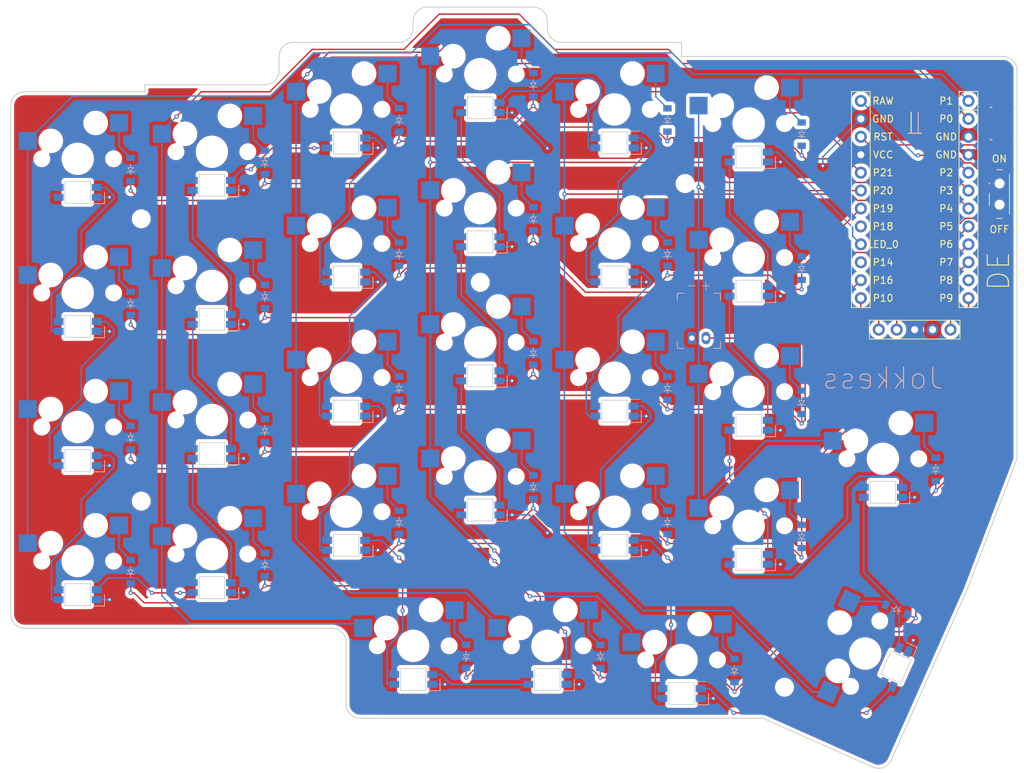
<source format=kicad_pcb>
(kicad_pcb (version 20240108) (generator "pcbnew") (generator_version "8.0")
  (title_block (title "left") (date "2024-12-18") (rev "0.1") (company "jokkess"))
  (layers (0 "F.Cu" signal) (31 "B.Cu" signal) (34 "B.Paste" user) (35 "F.Paste" user) (36 "B.SilkS" user "B.Silkscreen") (37 "F.SilkS" user "F.Silkscreen") (38 "B.Mask" user) (39 "F.Mask" user) (44 "Edge.Cuts" user))
  (net 0 "")
  (net 1 "P1")
  (net 2 "outer_bottom")
  (net 3 "GND")
  (net 4 "outer_home")
  (net 5 "outer_top")
  (net 6 "outer_number")
  (net 7 "P0")
  (net 8 "pinky_bottom")
  (net 9 "pinky_home")
  (net 10 "pinky_top")
  (net 11 "pinky_number")
  (net 12 "P2")
  (net 13 "ring_bottom")
  (net 14 "ring_home")
  (net 15 "ring_top")
  (net 16 "ring_number")
  (net 17 "P3")
  (net 18 "middle_bottom")
  (net 19 "middle_home")
  (net 20 "middle_top")
  (net 21 "middle_number")
  (net 22 "P4")
  (net 23 "index_bottom")
  (net 24 "index_home")
  (net 25 "index_top")
  (net 26 "index_number")
  (net 27 "P20")
  (net 28 "inner_bottom")
  (net 29 "inner_home")
  (net 30 "inner_top")
  (net 31 "inner_number")
  (net 32 "near_bottom")
  (net 33 "home_bottom")
  (net 34 "far_bottom")
  (net 35 "double_bottom")
  (net 36 "main_main")
  (net 37 "VCC")
  (net 38 "LED_26")
  (net 39 "LED_25")
  (net 40 "LED_27")
  (net 41 "LED_28")
  (net 42 "LED_29")
  (net 43 "LED_24")
  (net 44 "LED_23")
  (net 45 "LED_22")
  (net 46 "LED_21")
  (net 47 "LED_18")
  (net 48 "LED_17")
  (net 49 "LED_19")
  (net 50 "LED_20")
  (net 51 "LED_15")
  (net 52 "LED_14")
  (net 53 "LED_13")
  (net 54 "LED_12")
  (net 55 "LED_11")
  (net 56 "LED_8")
  (net 57 "LED_7")
  (net 58 "LED_9")
  (net 59 "LED_10")
  (net 60 "LED_4")
  (net 61 "LED_3")
  (net 62 "LED_2")
  (net 63 "LED_1")
  (net 64 "LED_0")
  (net 65 "LED_16")
  (net 66 "LED_6")
  (net 67 "LED_5")
  (net 68 "RAW")
  (net 69 "RST")
  (net 70 "P21")
  (net 71 "P19")
  (net 72 "P18")
  (net 73 "P14")
  (net 74 "P16")
  (net 75 "P10")
  (net 76 "P5")
  (net 77 "P6")
  (net 78 "P7")
  (net 79 "P8")
  (net 80 "P9")
  (net 81 "pos")
  (footprint "ceoloide:power_switch_smd_side" (layer "F.Cu") (at 278.5 118)
    (property "Reference" "PWR1" (hide yes))
    (property "Value" "")
  )
  (footprint "ceoloide:display_nice_view" (layer "F.Cu") (at 266.5 120.5)
    (property "Reference" "DISP1" (hide yes))
    (property "Value" "")
  )
  (footprint "ceoloide:mounting_hole_npth" (layer "F.Cu") (at 234 116.5)
    (property "Reference" "MH4" (hide yes))
    (property "Value" "")
  )
  (footprint "ceoloide:mounting_hole_npth" (layer "F.Cu") (at 157 121.5)
    (property "Reference" "MH3" (hide yes))
    (property "Value" "")
  )
  (footprint "ceoloide:reset_switch_smd_side" (layer "F.Cu") (at 279 108 -90)
    (property "Reference" "RST1" (hide yes))
    (property "Value" "")
  )
  (footprint "ceoloide:mounting_hole_npth" (layer "F.Cu") (at 248.074234 187.864648 66)
    (property "Reference" "MH1" (hide yes))
    (property "Value" "")
  )
  (footprint "ceoloide:mounting_hole_npth" (layer "F.Cu") (at 205 130.5)
    (property "Reference" "MH5" (hide yes))
    (property "Value" "")
  )
  (footprint "ceoloide:mcu_supermini_nrf52840" (layer "F.Cu") (at 266.5 117.5)
    (property "Reference" "MCU1" (hide yes))
    (property "Value" "")
  )
  (footprint "ceoloide:mounting_hole_npth" (layer "F.Cu") (at 157 161.5)
    (property "Reference" "MH2" (hide yes))
    (property "Value" "")
  )
  (footprint "ceoloide:switch_mx" (layer "B.Cu") (at 243 146)
    (property "Reference" "S22" (hide yes))
    (property "Value" "")
  )
  (footprint "ceoloide:battery_connector_jst_ph_2" (layer "B.Cu") (at 235.95 138.4 180)
    (property "Reference" "JST1" (hide yes))
    (property "Value" "")
  )
  (footprint "ceoloide:diode_tht_sod123" (layer "B.Cu") (at 193.5 107.5 90)
    (property "Reference" "D12" (hide yes))
    (property "Value" "")
  )
  (footprint "ceoloide:switch_mx" (layer "B.Cu") (at 224 106)
    (property "Reference" "S20" (hide yes))
    (property "Value" "")
  )
  (footprint "ceoloide:diode_tht_sod123" (layer "B.Cu") (at 174.5 113.5 90)
    (property "Reference" "D8" (hide yes))
    (property "Value" "")
  )
  (footprint "ceoloide:switch_mx" (layer "B.Cu") (at 186 125)
    (property "Reference" "S11" (hide yes))
    (property "Value" "")
  )
  (footprint "ceoloide:diode_tht_sod123" (layer "B.Cu") (at 193.5 164.5 90)
    (property "Reference" "D9" (hide yes))
    (property "Value" "")
  )
  (footprint "ceoloide:diode_tht_sod123" (layer "B.Cu") (at 212.5 159.5 90)
    (property "Reference" "D13" (hide yes))
    (property "Value" "")
  )
  (footprint "ceoloide:led_SK6812mini-e (per-keysingle-side)" (layer "B.Cu") (at 186 110.75 180)
    (property "Reference" "LED12" (hide yes))
    (property "Value" "")
    (fp_rect (start -1.8 -1.55) (end 1.8 1.55) (stroke (width 0.12)) (fill none) (layer "Edge.Cuts"))
  )
  (footprint "ceoloide:diode_tht_sod123" (layer "B.Cu") (at 250.5 147.5 90)
    (property "Reference" "D22" (hide yes))
    (property "Value" "")
  )
  (footprint "ceoloide:switch_mx" (layer "B.Cu") (at 205 158)
    (property "Reference" "S13" (hide yes))
    (property "Value" "")
  )
  (footprint "ceoloide:switch_mx" (layer "B.Cu") (at 186 144)
    (property "Reference" "S10" (hide yes))
    (property "Value" "")
  )
  (footprint "ceoloide:led_SK6812mini-e (per-keysingle-side)" (layer "B.Cu") (at 233.5 188.75 180)
    (property "Reference" "LED27" (hide yes))
    (property "Value" "")
    (fp_rect (start -1.8 -1.55) (end 1.8 1.55) (stroke (width 0.12)) (fill none) (layer "Edge.Cuts"))
  )
  (footprint "ceoloide:led_SK6812mini-e (per-keysingle-side)" (layer "B.Cu") (at 195.5 186.75 180)
    (property "Reference" "LED25" (hide yes))
    (property "Value" "")
    (fp_rect (start -1.8 -1.55) (end 1.8 1.55) (stroke (width 0.12)) (fill none) (layer "Edge.Cuts"))
  )
  (footprint "ceoloide:led_SK6812mini-e (per-keysingle-side)" (layer "B.Cu") (at 243 150.75 180)
    (property "Reference" "LED22" (hide yes))
    (property "Value" "")
    (fp_rect (start -1.8 -1.55) (end 1.8 1.55) (stroke (width 0.12)) (fill none) (layer "Edge.Cuts"))
  )
  (footprint "ceoloide:switch_mx" (layer "B.Cu") (at 148 151)
    (property "Reference" "S2" (hide yes))
    (property "Value" "")
  )
  (footprint "ceoloide:led_SK6812mini-e (per-keysingle-side)" (layer "B.Cu") (at 224 148.75 180)
    (property "Reference" "LED18" (hide yes))
    (property "Value" "")
    (fp_rect (start -1.8 -1.55) (end 1.8 1.55) (stroke (width 0.12)) (fill none) (layer "Edge.Cuts"))
  )
  (footprint "ceoloide:led_SK6812mini-e (per-keysingle-side)" (layer "B.Cu") (at 148 136.75 180)
    (property "Reference" "LED3" (hide yes))
    (property "Value" "")
    (fp_rect (start -1.8 -1.55) (end 1.8 1.55) (stroke (width 0.12)) (fill none) (layer "Edge.Cuts"))
  )
  (footprint "ceoloide:led_SK6812mini-e (per-keysingle-side)" (layer "B.Cu") (at 205 162.75 180)
    (property "Reference" "LED13" (hide yes))
    (property "Value" "")
    (fp_rect (start -1.8 -1.55) (end 1.8 1.55) (stroke (width 0.12)) (fill none) (layer "Edge.Cuts"))
  )
  (footprint "ceoloide:led_SK6812mini-e (per-keysingle-side)" (layer "B.Cu") (at 224 129.75 180)
    (property "Reference" "LED19" (hide yes))
    (property "Value" "")
    (fp_rect (start -1.8 -1.55) (end 1.8 1.55) (stroke (width 0.12)) (fill none) (layer "Edge.Cuts"))
  )
  (footprint "ceoloide:switch_mx" (layer "B.Cu") (at 195.5 182)
    (property "Reference" "S25" (hide yes))
    (property "Value" "")
  )
  (footprint "ceoloide:led_SK6812mini-e (per-keysingle-side)" (layer "B.Cu") (at 243 112.75 180)
    (property "Reference" "LED24" (hide yes))
    (property "Value" "")
    (fp_rect (start -1.8 -1.55) (end 1.8 1.55) (stroke (width 0.12)) (fill none) (layer "Edge.Cuts"))
  )
  (footprint "ceoloide:diode_tht_sod123" (layer "B.Cu") (at 231.5 145.5 90)
    (property "Reference" "D18" (hide yes))
    (property "Value" "")
  )
  (footprint "ceoloide:switch_mx" (layer "B.Cu") (at 186 163)
    (property "Reference" "S9" (hide yes))
    (property "Value" "")
  )
  (footprint "ceoloide:diode_tht_sod123" (layer "B.Cu") (at 263.920843 176.858514 156)
    (property "Reference" "D28" (hide yes))
    (property "Value" "")
  )
  (footprint "ceoloide:switch_mx" (layer "B.Cu") (at 167 169)
    (property "Reference" "S5" (hide yes))
    (property "Value" "")
  )
  (footprint "ceoloide:led_SK6812mini-e (per-keysingle-side)" (layer "B.Cu") (at 205 143.75 180)
    (property "Reference" "LED14" (hide yes))
    (property "Value" "")
    (fp_rect (start -1.8 -1.55) (end 1.8 1.55) (stroke (width 0.12)) (fill none) (layer "Edge.Cuts"))
  )
  (footprint "ceoloide:switch_mx" (layer "B.Cu") (at 233.5 184)
    (property "Reference" "S27" (hide yes))
    (property "Value" "")
  )
  (footprint "ceoloide:switch_mx" (layer "B.Cu") (at 243 127)
    (property "Reference" "S23" (hide yes))
    (property "Value" "")
  )
  (footprint "ceoloide:switch_mx" (layer "B.Cu") (at 224 144)
    (property "Reference" "S18" (hide yes))
    (property "Value" "")
  )
  (footprint "ceoloide:led_SK6812mini-e (per-keysingle-side)" (layer "B.Cu") (at 243 131.75 180)
    (property "Reference" "LED23" (hide yes))
    (property "Value" "")
    (fp_rect (start -1.8 -1.55) (end 1.8 1.55) (stroke (width 0.12)) (fill none) (layer "Edge.Cuts"))
  )
  (footprint "ceoloide:led_SK6812mini-e (per-keysingle-side)" (layer "B.Cu") (at 224 110.75 180)
    (property "Reference" "LED20" (hide yes))
    (property "Value" "")
    (fp_rect (start -1.8 -1.55) (end 1.8 1.55) (stroke (width 0.12)) (fill none) (layer "Edge.Cuts"))
  )
  (footprint "ceoloide:led_SK6812mini-e (per-keysingle-side)" (layer "B.Cu") (at 186 129.75 180)
    (property "Reference" "LED11" (hide yes))
    (property "Value" "")
    (fp_rect (start -1.8 -1.55) (end 1.8 1.55) (stroke (width 0.12)) (fill none) (layer "Edge.Cuts"))
  )
  (footprint "ceoloide:switch_mx" (layer "B.Cu") (at 167 150)
    (property "Reference" "S6" (hide yes))
    (property "Value" "")
  )
  (footprint "ceoloide:switch_mx" (layer "B.Cu") (at 205 139)
    (property "Reference" "S14" (hide yes))
    (property "Value" "")
  )
  (footprint "ceoloide:switch_mx" (layer "B.Cu") (at 205 101)
    (property "Reference" "S16" (hide yes))
    (property "Value" "")
  )
  (footprint "ceoloide:diode_tht_sod123" (layer "B.Cu") (at 212.5 121.5 90)
    (property "Reference" "D15" (hide yes))
    (property "Value" "")
  )
  (footprint "ceoloide:switch_mx" (layer "B.Cu") (at 243 108)
    (property "Reference" "S24" (hide yes))
    (property "Value" "")
  )
  (footprint "ceoloide:diode_tht_sod123" (layer "B.Cu") (at 241 185.5 90)
    (property "Reference" "D27" (hide yes))
    (property "Value" "")
  )
  (footprint "ceoloide:switch_mx" (layer "B.Cu") (at 148 170)
    (property "Reference" "S1" (hide yes))
    (property "Value" "")
  )
  (footprint "ceoloide:diode_tht_sod123" (layer "B.Cu") (at 269.5 157 90)
    (property "Reference" "D29" (hide yes))
    (property "Value" "")
  )
  (footprint "ceoloide:diode_tht_sod123" (layer "B.Cu") (at 250.5 166.5 90)
    (property "Reference" "D21" (hide yes))
    (property "Value" "")
  )
  (footprint "ceoloide:led_SK6812mini-e (per-keysingle-side)" (layer "B.Cu") (at 167 154.75 180)
    (property "Reference" "LED6" (hide yes))
    (property "Value" "")
    (fp_rect (start -1.8 -1.55) (end 1.8 1.55) (stroke (width 0.12)) (fill none) (layer "Edge.Cuts"))
  )
  (footprint "ceoloide:switch_mx" (layer "B.Cu") (at 224 163)
    (property "Reference" "S17" (hide yes))
    (property "Value" "")
  )
  (footprint "ceoloide:led_SK6812mini-e (per-keysingle-side)" (layer "B.Cu") (at 186 167.75 180)
    (property "Reference" "LED9" (hide yes))
    (property "Value" "")
    (fp_rect (start -1.8 -1.55) (end 1.8 1.55) (stroke (width 0.12)) (fill none) (layer "Edge.Cuts"))
  )
  (footprint "ceoloide:led_SK6812mini-e (per-keysingle-side)" (layer "B.Cu") (at 263.839341 185.031999 -114)
    (property "Reference" "LED28" (hide yes))
    (property "Value" "")
    (fp_poly (pts (xy -1.8 -1.55) (xy 1.8 -1.550001) (xy 1.8 1.55) (xy -1.8 1.550001)) (stroke (width 0.12)) (fill none) (layer "Edge.Cuts"))
  )
  (footprint "ceoloide:led_SK6812mini-e (per-keysingle-side)" (layer "B.Cu") (at 243 169.75 180)
    (property "Reference" "LED21" (hide yes))
    (property "Value" "")
    (fp_rect (start -1.8 -1.55) (end 1.8 1.55) (stroke (width 0.12)) (fill none) (layer "Edge.Cuts"))
  )
  (footprint "ceoloide:diode_tht_sod123" (layer "B.Cu") (at 231.5 164.5 90)
    (property "Reference" "D17" (hide yes))
    (property "Value" "")
  )
  (footprint "ceoloide:led_SK6812mini-e (per-keysingle-side)" (layer "B.Cu") (at 148 174.75 180)
    (property "Reference" "LED1" (hide yes))
    (property "Value" "")
    (fp_rect (start -1.8 -1.55) (end 1.8 1.55) (stroke (width 0.12)) (fill none) (layer "Edge.Cuts"))
  )
  (footprint "ceoloide:led_SK6812mini-e (per-keysingle-side)" (layer "B.Cu") (at 148 117.75 180)
    (property "Reference" "LED4" (hide yes))
    (property "Value" "")
    (fp_rect (start -1.8 -1.55) (end 1.8 1.55) (stroke (width 0.12)) (fill none) (layer "Edge.Cuts"))
  )
  (footprint "ceoloide:led_SK6812mini-e (per-keysingle-side)" (layer "B.Cu") (at 205 105.75 180)
    (property "Reference" "LED16" (hide yes))
    (property "Value" "")
    (fp_rect (start -1.8 -1.55) (end 1.8 1.55) (stroke (width 0.12)) (fill none) (layer "Edge.Cuts"))
  )
  (footprint "ceoloide:diode_tht_sod123" (layer "B.Cu") (at 222 183.5 90)
    (property "Reference" "D26" (hide yes))
    (property "Value" "")
  )
  (footprint "ceoloide:led_SK6812mini-e (per-keysingle-side)" (layer "B.Cu") (at 205 124.75 180)
    (property "Reference" "LED15" (hide yes))
    (property "Value" "")
    (fp_rect (start -1.8 -1.55) (end 1.8 1.55) (stroke (width 0.12)) (fill none) (layer "Edge.Cuts"))
  )
  (footprint "ceoloide:led_SK6812mini-e (per-keysingle-side)" (layer "B.Cu") (at 167 116.75 180)
    (property "Reference" "LED8" (hide yes))
    (property "Value" "")
    (fp_rect (start -1.8 -1.55) (end 1.8 1.55) (stroke (width 0.12)) (fill none) (layer "Edge.Cuts"))
  )
  (footprint "ceoloide:diode_tht_sod123" (layer "B.Cu") (at 250.5 109.5 90)
    (property "Reference" "D24" (hide yes))
    (property "Value" "")
  )
  (footprint "ceoloide:led_SK6812mini-e (per-keysingle-side)" (layer "B.Cu") (at 214.5 186.75 180)
    (property "Reference" "LED26" (hide yes))
    (property "Value" "")
    (fp_rect (start -1.8 -1.55) (end 1.8 1.55) (stroke (width 0.12)) (fill none) (layer "Edge.Cuts"))
  )
  (footprint "ceoloide:switch_mx" (layer "B.Cu") (at 243 165)
    (property "Reference" "S21" (hide yes))
    (property "Value" "")
  )
  (footprint "ceoloide:led_SK6812mini-e (per-keysingle-side)" (layer "B.Cu") (at 186 148.75 180)
    (property "Reference" "LED10" (hide yes))
    (property "Value" "")
    (fp_rect (start -1.8 -1.55) (end 1.8 1.55) (stroke (width 0.12)) (fill none) (layer "Edge.Cuts"))
  )
  (footprint "ceoloide:diode_tht_sod123" (layer "B.Cu") (at 250.5 128.5 90)
    (property "Reference" "D23" (hide yes))
    (property "Value" "")
  )
  (footprint "ceoloide:diode_tht_sod123" (layer "B.Cu") (at 155.5 171.5 90)
    (property "Reference" "D1" (hide yes))
    (property "Value" "")
  )
  (footprint "ceoloide:diode_tht_sod123" (layer "B.Cu") (at 212.5 102.5 90)
    (property "Reference" "D16" (hide yes))
    (property "Value" "")
  )
  (footprint "ceoloide:switch_mx" (layer "B.Cu") (at 148 132)
    (property "Reference" "S3" (hide yes))
    (property "Value" "")
  )
  (footprint "ceoloide:diode_tht_sod123" (layer "B.Cu") (at 193.5 145.5 90)
    (property "Reference" "D10" (hide yes))
    (property "Value" "")
  )
  (footprint "ceoloide:diode_tht_sod123" (layer "B.Cu") (at 155.5 152.5 90)
    (property "Reference" "D2" (hide yes))
    (property "Value" "")
  )
  (footprint "ceoloide:diode_tht_sod123" (layer "B.Cu") (at 174.5 170.5 90)
    (property "Reference" "D5" (hide yes))
    (property "Value" "")
  )
  (footprint "ceoloide:switch_mx" (layer "B.Cu") (at 224 125)
    (property "Reference" "S19" (hide yes))
    (property "Value" "")
  )
  (footprint "ceoloide:led_SK6812mini-e (per-keysingle-side)" (layer "B.Cu") (at 224 167.75 180)
    (property "Reference" "LED17" (hide yes))
    (property "Value" "")
    (fp_rect (start -1.8 -1.55) (end 1.8 1.55) (stroke (width 0.12)) (fill none) (layer "Edge.Cuts"))
  )
  (footprint "ceoloide:diode_tht_sod123" (layer "B.Cu") (at 193.5 126.5 90)
    (property "Reference" "D11" (hide yes))
    (property "Value" "")
  )
  (footprint "ceoloide:led_SK6812mini-e (per-keysingle-side)" (layer "B.Cu") (at 167 173.75 180)
    (property "Reference" "LED5" (hide yes))
    (property "Value" "")
    (fp_rect (start -1.8 -1.55) (end 1.8 1.55) (stroke (width 0.12)) (fill none) (layer "Edge.Cuts"))
  )
  (footprint "ceoloide:diode_tht_sod123" (layer "B.Cu") (at 174.5 151.5 90)
    (property "Reference" "D6" (hide yes))
    (property "Value" "")
  )
  (footprint "ceoloide:diode_tht_sod123" (layer "B.Cu") (at 231.5 126.5 90)
    (property "Reference" "D19" (hide yes))
    (property "Value" "")
  )
  (footprint "ceoloide:led_SK6812mini-e (per-keysingle-side)" (layer "B.Cu") (at 262 160.25 180)
    (property "Reference" "LED29" (hide yes))
    (property "Value" "")
    (fp_rect (start -1.8 -1.55) (end 1.8 1.55) (stroke (width 0.12)) (fill none) (layer "Edge.Cuts"))
  )
  (footprint "ceoloide:switch_mx" (layer "B.Cu") (at 148 113)
    (property "Reference" "S4" (hide yes))
    (property "Value" "")
  )
  (footprint "ceoloide:switch_mx" (layer "B.Cu") (at 262 155.5)
    (property "Reference" "S29" (hide yes))
    (property "Value" "")
  )
  (footprint "ceoloide:switch_mx" (layer "B.Cu") (at 259.5 183.1 66)
    (property "Reference" "S28" (hide yes))
    (property "Value" "")
  )
  (footprint "ceoloide:switch_mx" (layer "B.Cu") (at 205 120)
    (property "Reference" "S15" (hide yes))
    (property "Value" "")
  )
  (footprint "ceoloide:switch_mx" (layer "B.Cu") (at 214.5 182)
    (property "Reference" "S26" (hide yes))
    (property "Value" "")
  )
  (footprint "ceoloide:diode_tht_sod123" (layer "B.Cu") (at 155.5 133.5 90)
    (property "Reference" "D3" (hide yes))
    (property "Value" "")
  )
  (footprint "ceoloide:switch_mx" (layer "B.Cu") (at 167 131)
    (property "Reference" "S7" (hide yes))
    (property "Value" "")
  )
  (footprint "ceoloide:diode_tht_sod123" (layer "B.Cu") (at 231.5 107.5 90)
    (property "Reference" "D20" (hide yes))
    (property "Value" "")
  )
  (footprint "ceoloide:led_SK6812mini-e (per-keysingle-side)" (layer "B.Cu") (at 167 135.75 180)
    (property "Reference" "LED7" (hide yes))
    (property "Value" "")
    (fp_rect (start -1.8 -1.55) (end 1.8 1.55) (stroke (width 0.12)) (fill none) (layer "Edge.Cuts"))
  )
  (footprint "ceoloide:switch_mx" (layer "B.Cu") (at 167 112)
    (property "Reference" "S8" (hide yes))
    (property "Value" "")
  )
  (footprint "ceoloide:switch_mx" (layer "B.Cu") (at 186 106)
    (property "Reference" "S12" (hide yes))
    (property "Value" "")
  )
  (footprint "ceoloide:led_SK6812mini-e (per-keysingle-side)" (layer "B.Cu") (at 148 155.75 180)
    (property "Reference" "LED2" (hide yes))
    (property "Value" "")
    (fp_rect (start -1.8 -1.55) (end 1.8 1.55) (stroke (width 0.12)) (fill none) (layer "Edge.Cuts"))
  )
  (footprint "ceoloide:diode_tht_sod123" (layer "B.Cu") (at 203 183.5 90)
    (property "Reference" "D25" (hide yes))
    (property "Value" "")
  )
  (footprint "ceoloide:diode_tht_sod123" (layer "B.Cu") (at 155.5 114.5 90)
    (property "Reference" "D4" (hide yes))
    (property "Value" "")
  )
  (footprint "ceoloide:diode_tht_sod123" (layer "B.Cu") (at 174.5 132.5 90)
    (property "Reference" "D7" (hide yes))
    (property "Value" "")
  )
  (footprint "ceoloide:diode_tht_sod123" (layer "B.Cu") (at 212.5 140.5 90)
    (property "Reference" "D14" (hide yes))
    (property "Value" "")
  )
  (gr_line (start 195.5 94.5) (end 195.5 93.5) (stroke (width 0.15)) (layer "Edge.Cuts"))
  (gr_arc (start 176.5 100.5) (mid 175.914214 101.914214) (end 174.5 102.5) (stroke (width 0.15)) (layer "Edge.Cuts"))
  (gr_arc (start 140.5 179.5) (mid 139.085786 178.914214) (end 138.5 177.5) (stroke (width 0.15)) (layer "Edge.Cuts"))
  (gr_arc (start 138.5 105.5) (mid 139.085786 104.085786) (end 140.5 103.5) (stroke (width 0.15)) (layer "Edge.Cuts"))
  (gr_line (start 244.600279 192.253996) (end 187.999864 192.250136) (stroke (width 0.15)) (layer "Edge.Cuts"))
  (gr_arc (start 176.5 98.5) (mid 177.085786 97.085786) (end 178.5 96.5) (stroke (width 0.15)) (layer "Edge.Cuts"))
  (gr_line (start 281 100.5) (end 281 155.132033) (stroke (width 0.15)) (layer "Edge.Cuts"))
  (gr_arc (start 281 155.132033) (mid 280.96698 155.493925) (end 280.869033 155.843872) (stroke (width 0.15)) (layer "Edge.Cuts"))
  (gr_line (start 214.5 93.5) (end 214.5 94.5) (stroke (width 0.15)) (layer "Edge.Cuts"))
  (gr_line (start 178.5 96.5) (end 193.5 96.5) (stroke (width 0.15)) (layer "Edge.Cuts"))
  (gr_line (start 157.5 102.5) (end 174.5 102.5) (stroke (width 0.15)) (layer "Edge.Cuts"))
  (gr_line (start 140.5 103.5) (end 157.5 103.5) (stroke (width 0.15)) (layer "Edge.Cuts"))
  (gr_arc (start 184 179.5) (mid 185.414214 180.085786) (end 186 181.5) (stroke (width 0.15)) (layer "Edge.Cuts"))
  (gr_line (start 138.5 177.5) (end 138.5 105.5) (stroke (width 0.15)) (layer "Edge.Cuts"))
  (gr_line (start 216.5 96.5) (end 233.5 96.5) (stroke (width 0.15)) (layer "Edge.Cuts"))
  (gr_line (start 186 190.250136) (end 186 181.5) (stroke (width 0.15)) (layer "Edge.Cuts"))
  (gr_line (start 176.5 100.5) (end 176.5 98.5) (stroke (width 0.15)) (layer "Edge.Cuts"))
  (gr_line (start 280.869033 155.843872) (end 273.994253 173.894581) (stroke (width 0.15)) (layer "Edge.Cuts"))
  (gr_line (start 184 179.5) (end 140.5 179.5) (stroke (width 0.15)) (layer "Edge.Cuts"))
  (gr_arc (start 263.196158 198.15493) (mid 262.085809 199.20862) (end 260.555594 199.168548) (stroke (width 0.15)) (layer "Edge.Cuts"))
  (gr_arc (start 195.5 93.5) (mid 196.085786 92.085786) (end 197.5 91.5) (stroke (width 0.15)) (layer "Edge.Cuts"))
  (gr_arc (start 195.5 94.5) (mid 194.914214 95.914214) (end 193.5 96.5) (stroke (width 0.15)) (layer "Edge.Cuts"))
  (gr_arc (start 279 98.5) (mid 280.414214 99.085786) (end 281 100.5) (stroke (width 0.15)) (layer "Edge.Cuts"))
  (gr_line (start 233.5 96.5) (end 233.5 98.5) (stroke (width 0.15)) (layer "Edge.Cuts"))
  (gr_arc (start 216.5 96.5) (mid 215.085786 95.914214) (end 214.5 94.5) (stroke (width 0.15)) (layer "Edge.Cuts"))
  (gr_line (start 157.5 103.5) (end 157.5 102.5) (stroke (width 0.15)) (layer "Edge.Cuts"))
  (gr_line (start 233.5 98.5) (end 279 98.5) (stroke (width 0.15)) (layer "Edge.Cuts"))
  (gr_line (start 197.5 91.5) (end 212.5 91.5) (stroke (width 0.15)) (layer "Edge.Cuts"))
  (gr_arc (start 187.999864 192.250136) (mid 186.585726 191.664304) (end 186 190.250136) (stroke (width 0.15)) (layer "Edge.Cuts"))
  (gr_arc (start 212.5 91.5) (mid 213.914214 92.085786) (end 214.5 93.5) (stroke (width 0.15)) (layer "Edge.Cuts"))
  (gr_line (start 273.952311 173.996215) (end 263.196158 198.15493) (stroke (width 0.15)) (layer "Edge.Cuts"))
  (gr_line (start 260.555594 199.168548) (end 245.413616 192.426905) (stroke (width 0.15)) (layer "Edge.Cuts"))
  (gr_arc (start 273.994253 173.894581) (mid 273.973982 173.945687) (end 273.952311 173.996215) (stroke (width 0.15)) (layer "Edge.Cuts"))
  (gr_arc (start 244.600279 192.253996) (mid 245.01603 192.297723) (end 245.413616 192.426905) (stroke (width 0.15)) (layer "Edge.Cuts"))
  (gr_text "Jokkess" (at 262 144.1 0) (layer "B.SilkS") (effects (font (size 3 3)) (justify mirror)))
  (gr_text "L" (at 266.5 108 0) (layer "B.SilkS") (effects (font (size 3 3)) (justify mirror)))
  (gr_text "L" (at 266.5 108 0) (layer "F.SilkS") (effects (font (size 3 3))))
  (gr_text "DE" (at 278.4 128.9 90) (layer "F.SilkS") (effects (font (size 3 3))))
  (segment (start 235.151472 101) (end 270.32 101) (width 0.2) (layer "B.Cu") (net 1))
  (segment (start 175.31 104.1) (end 181.41 98) (width 0.2) (layer "B.Cu") (net 1))
  (segment (start 212.047 94) (end 216.047 98) (width 0.2) (layer "B.Cu") (net 1))
  (segment (start 195.25 98) (end 199.25 94) (width 0.2) (layer "B.Cu") (net 1))
  (segment (start 140.915 148.46) (end 140.915 167.46) (width 0.2) (layer "B.Cu") (net 1))
  (segment (start 140.915 110.46) (end 140.915 129.46) (width 0.2) (layer "B.Cu") (net 1))
  (segment (start 216.047 98) (end 232.151472 98) (width 0.2) (layer "B.Cu") (net 1))
  (segment (start 181.41 98) (end 195.25 98) (width 0.2) (layer "B.Cu") (net 1))
  (segment (start 140.915 110.46) (end 147.275 104.1) (width 0.2) (layer "B.Cu") (net 1))
  (segment (start 147.275 104.1) (end 175.31 104.1) (width 0.2) (layer "B.Cu") (net 1))
  (segment (start 232.151472 98) (end 235.151472 101) (width 0.2) (layer "B.Cu") (net 1))
  (segment (start 199.25 94) (end 212.047 94) (width 0.2) (layer "B.Cu") (net 1))
  (segment (start 270.32 101) (end 274.12 104.8) (width 0.2) (layer "B.Cu") (net 1))
  (segment (start 140.915 129.46) (end 140.915 148.46) (width 0.2) (layer "B.Cu") (net 1))
  (segment (start 153.842 168.192) (end 155.5 169.85) (width 0.2) (layer "B.Cu") (net 2))
  (segment (start 153.842 164.92) (end 153.842 168.192) (width 0.2) (layer "B.Cu") (net 2))
  (segment (start 227.025 112.925) (end 228.5 111.45) (width 0.2) (layer "F.Cu") (net 3))
  (segment (start 214.5 111.5) (end 215.925 112.925) (width 0.2) (layer "F.Cu") (net 3))
  (segment (start 215.925 112.925) (end 227.025 112.925) (width 0.2) (layer "F.Cu") (net 3))
  (via (at 209.5 144.45) (size 0.6) (drill 0.3) (layers "F.Cu" "B.Cu") (net 3))
  (via (at 228.5 149.45) (size 0.6) (drill 0.3) (layers "F.Cu" "B.Cu") (net 3))
  (via (at 247.5 132.45) (size 0.6) (drill 0.3) (layers "F.Cu" "B.Cu") (net 3))
  (via (at 209.5 163.45) (size 0.6) (drill 0.3) (layers "F.Cu" "B.Cu") (net 3))
  (via (at 253.5 114) (size 0.6) (drill 0.3) (layers "F.Cu" "B.Cu") (net 3))
  (via (at 171.5 136.45) (size 0.6) (drill 0.3) (layers "F.Cu" "B.Cu") (net 3))
  (via (at 152.5 175.45) (size 0.6) (drill 0.3) (layers "F.Cu" "B.Cu") (net 3))
  (via (at 214.5 166) (size 0.6) (drill 0.3) (layers "F.Cu" "B.Cu") (net 3))
  (via (at 266.5 160.95) (size 0.6) (drill 0.3) (layers "F.Cu" "B.Cu") (net 3))
  (via (at 219 187.45) (size 0.6) (drill 0.3) (layers "F.Cu" "B.Cu") (net 3))
  (via (at 247.5 170.45) (size 0.6) (drill 0.3) (layers "F.Cu" "B.Cu") (net 3))
  (via (at 209.5 125.45) (size 0.6) (drill 0.3) (layers "F.Cu" "B.Cu") (net 3))
  (via (at 190.5 111.45) (size 0.6) (drill 0.3) (layers "F.Cu" "B.Cu") (net 3))
  (via (at 238 189.45) (size 0.6) (drill 0.3) (layers "F.Cu" "B.Cu") (net 3))
  (via (at 228.5 168.45) (size 0.6) (drill 0.3) (layers "F.Cu" "B.Cu") (net 3))
  (via (at 209.5 106.45) (size 0.6) (drill 0.3) (layers "F.Cu" "B.Cu") (net 3))
  (via (at 228.5 111.45) (size 0.6) (drill 0.3) (layers "F.Cu" "B.Cu") (net 3))
  (via (at 152.5 137.45) (size 0.6) (drill 0.3) (layers "F.Cu" "B.Cu") (net 3))
  (via (at 171.5 174.45) (size 0.6) (drill 0.3) (layers "F.Cu" "B.Cu") (net 3))
  (via (at 190.5 130.45) (size 0.6) (drill 0.3) (layers "F.Cu" "B.Cu") (net 3))
  (via (at 190.5 168.45) (size 0.6) (drill 0.3) (layers "F.Cu" "B.Cu") (net 3))
  (via (at 214.5 111.5) (size 0.6) (drill 0.3) (layers "F.Cu" "B.Cu") (net 3))
  (via (at 152.5 118.45) (size 0.6) (drill 0.3) (layers "F.Cu" "B.Cu") (net 3))
  (via (at 200 187.45) (size 0.6) (drill 0.3) (layers "F.Cu" "B.Cu") (net 3))
  (via (at 247.5 113.45) (size 0.6) (drill 0.3) (layers "F.Cu" "B.Cu") (net 3))
  (via (at 266.309138 181.20576) (size 0.6) (drill 0.3) (layers "F.Cu" "B.Cu") (net 3))
  (via (at 171.5 117.45) (size 0.6) (drill 0.3) (layers "F.Cu" "B.Cu") (net 3))
  (via (at 228.5 130.45) (size 0.6) (drill 0.3) (layers "F.Cu" "B.Cu") (net 3))
  (via (at 171.5 155.45) (size 0.6) (drill 0.3) (layers "F.Cu" "B.Cu") (net 3))
  (via (at 190.5 149.45) (size 0.6) (drill 0.3) (layers "F.Cu" "B.Cu") (net 3))
  (via (at 152.5 156.45) (size 0.6) (drill 0.3) (layers "F.Cu" "B.Cu") (net 3))
  (via (at 247.5 151.45) (size 0.6) (drill 0.3) (layers "F.Cu" "B.Cu") (net 3))
  (segment (start 198.2 187.45) (end 200 187.45) (width 0.2) (layer "B.Cu") (net 3))
  (segment (start 207.7 163.45) (end 209.5 163.45) (width 0.2) (layer "B.Cu") (net 3))
  (segment (start 226.7 111.45) (end 228.5 111.45) (width 0.2) (layer "B.Cu") (net 3))
  (segment (start 236.2 189.45) (end 238 189.45) (width 0.2) (layer "B.Cu") (net 3))
  (segment (start 264.7 160.95) (end 266.5 160.95) (width 0.2) (layer "B.Cu") (net 3))
  (segment (start 226.7 168.45) (end 228.5 168.45) (width 0.2) (layer "B.Cu") (net 3))
  (segment (start 245.7 151.45) (end 247.5 151.45) (width 0.2) (layer "B.Cu") (net 3))
  (segment (start 188.7 111.45) (end 190.5 111.45) (width 0.2) (layer "B.Cu") (net 3))
  (segment (start 265.577012 182.850142) (end 266.309138 181.20576) (width 0.2) (layer "B.Cu") (net 3))
  (segment (start 207.7 106.45) (end 209.5 106.45) (width 0.2) (layer "B.Cu") (net 3))
  (segment (start 217.2 187.45) (end 219 187.45) (width 0.2) (layer "B.Cu") (net 3))
  (segment (start 169.7 117.45) (end 171.5 117.45) (width 0.2) (layer "B.Cu") (net 3))
  (segment (start 150.7 175.45) (end 152.5 175.45) (width 0.2) (layer "B.Cu") (net 3))
  (segment (start 209.5 106.45) (end 214.5 111.45) (width 0.2) (layer "B.Cu") (net 3))
  (segment (start 245.7 132.45) (end 247.5 132.45) (width 0.2) (layer "B.Cu") (net 3))
  (segment (start 188.7 149.45) (end 190.5 149.45) (width 0.2) (layer "B.Cu") (net 3))
  (segment (start 209.5 163.45) (end 211.95 163.45) (width 0.2) (layer "B.Cu") (net 3))
  (segment (start 169.7 155.45) (end 171.5 155.45) (width 0.2) (layer "B.Cu") (net 3))
  (segment (start 169.7 174.45) (end 171.5 174.45) (width 0.2) (layer "B.Cu") (net 3))
  (segment (start 150.7 137.45) (end 152.5 137.45) (width 0.2) (layer "B.Cu") (net 3))
  (segment (start 211.95 163.45) (end 214.5 166) (width 0.2) (layer "B.Cu") (net 3))
  (segment (start 214.5 111.45) (end 214.5 111.5) (width 0.2) (layer "B.Cu") (net 3))
  (segment (start 253.5 114) (end 253.5 112.72) (width 0.2) (layer "B.Cu") (net 3))
  (segment (start 207.7 144.45) (end 209.5 144.45) (width 0.2) (layer "B.Cu") (net 3))
  (segment (start 245.7 170.45) (end 247.5 170.45) (width 0.2) (layer "B.Cu") (net 3))
  (segment (start 188.7 130.45) (end 190.5 130.45) (width 0.2) (layer "B.Cu") (net 3))
  (segment (start 169.7 136.45) (end 171.5 136.45) (width 0.2) (layer "B.Cu") (net 3))
  (segment (start 188.7 168.45) (end 190.5 168.45) (width 0.2) (layer "B.Cu") (net 3))
  (segment (start 207.7 125.45) (end 209.5 125.45) (width 0.2) (layer "B.Cu") (net 3))
  (segment (start 150.7 156.45) (end 152.5 156.45) (width 0.2) (layer "B.Cu") (net 3))
  (segment (start 226.7 149.45) (end 228.5 149.45) (width 0.2) (layer "B.Cu") (net 3))
  (segment (start 150.7 118.45) (end 152.5 118.45) (width 0.2) (layer "B.Cu") (net 3))
  (segment (start 253.5 112.72) (end 258.88 107.34) (width 0.2) (layer "B.Cu") (net 3))
  (segment (start 226.7 130.45) (end 228.5 130.45) (width 0.2) (layer "B.Cu") (net 3))
  (segment (start 245.7 113.45) (end 247.5 113.45) (width 0.2) (layer "B.Cu") (net 3))
  (segment (start 153.842 149.192) (end 155.5 150.85) (width 0.2) (layer "B.Cu") (net 4))
  (segment (start 153.842 145.92) (end 153.842 149.192) (width 0.2) (layer "B.Cu") (net 4))
  (segment (start 153.842 130.192) (end 155.5 131.85) (width 0.2) (layer "B.Cu") (net 5))
  (segment (start 153.842 126.92) (end 153.842 130.192) (width 0.2) (layer "B.Cu") (net 5))
  (segment (start 153.842 107.92) (end 153.842 111.192) (width 0.2) (layer "B.Cu") (net 6))
  (segment (start 153.842 111.192) (end 155.5 112.85) (width 0.2) (layer "B.Cu") (net 6))
  (segment (start 266.28 99.5) (end 274.12 107.34) (width 0.2) (layer "F.Cu") (net 7))
  (segment (start 210.5 92.5) (end 215.5 97.5) (width 0.2) (layer "F.Cu") (net 7))
  (segment (start 233.651472 99.5) (end 266.28 99.5) (width 0.2) (layer "F.Cu") (net 7))
  (segment (start 181.189824 97.5) (end 194.189824 97.5) (width 0.2) (layer "F.Cu") (net 7))
  (segment (start 175.189824 103.5) (end 181.189824 97.5) (width 0.2) (layer "F.Cu") (net 7))
  (segment (start 165.5 103.5) (end 175.189824 103.5) (width 0.2) (layer "F.Cu") (net 7))
  (segment (start 199.189824 92.5) (end 210.5 92.5) (width 0.2) (layer "F.Cu") (net 7))
  (segment (start 231.651472 97.5) (end 233.651472 99.5) (width 0.2) (layer "F.Cu") (net 7))
  (segment (start 215.5 97.5) (end 231.651472 97.5) (width 0.2) (layer "F.Cu") (net 7))
  (segment (start 162 107) (end 165.5 103.5) (width 0.2) (layer "F.Cu") (net 7))
  (segment (start 194.189824 97.5) (end 199.189824 92.5) (width 0.2) (layer "F.Cu") (net 7))
  (via (at 162 107) (size 0.6) (drill 0.3) (layers "F.Cu" "B.Cu") (net 7))
  (segment (start 159.915 128.46) (end 159.915 147.46) (width 0.2) (layer "B.Cu") (net 7))
  (segment (start 163.890627 178.890627) (end 187.845627 178.890627) (width 0.2) (layer "B.Cu") (net 7))
  (segment (start 159.915 109.46) (end 159.915 109.085) (width 0.2) (layer "B.Cu") (net 7))
  (segment (start 159.915 147.46) (end 159.915 166.46) (width 0.2) (layer "B.Cu") (net 7))
  (segment (start 159.915 109.46) (end 159.915 128.46) (width 0.2) (layer "B.Cu") (net 7))
  (segment (start 159.915 174.915) (end 163.890627 178.890627) (width 0.2) (layer "B.Cu") (net 7))
  (segment (start 187.845627 178.890627) (end 188.415 179.46) (width 0.2) (layer "B.Cu") (net 7))
  (segment (start 159.915 166.46) (end 159.915 174.915) (width 0.2) (layer "B.Cu") (net 7))
  (segment (start 159.915 109.085) (end 162 107) (width 0.2) (layer "B.Cu") (net 7))
  (segment (start 172.842 163.92) (end 172.842 167.192) (width 0.2) (layer "B.Cu") (net 8))
  (segment (start 172.842 167.192) (end 174.5 168.85) (width 0.2) (layer "B.Cu") (net 8))
  (segment (start 172.842 144.92) (end 172.842 148.192) (width 0.2) (layer "B.Cu") (net 9))
  (segment (start 172.842 148.192) (end 174.5 149.85) (width 0.2) (layer "B.Cu") (net 9))
  (segment (start 172.842 129.192) (end 174.5 130.85) (width 0.2) (layer "B.Cu") (net 10))
  (segment (start 172.842 125.92) (end 172.842 129.192) (width 0.2) (layer "B.Cu") (net 10))
  (segment (start 172.842 106.92) (end 172.842 110.192) (width 0.2) (layer "B.Cu") (net 11))
  (segment (start 172.842 110.192) (end 174.5 111.85) (width 0.2) (layer "B.Cu") (net 11))
  (segment (start 180.5 101) (end 183.6 97.9) (width 0.2) (layer "F.Cu") (net 12))
  (segment (start 272.73 113.57) (end 274.12 114.96) (width 0.2) (layer "F.Cu") (net 12))
  (segment (start 205 96.5) (end 208 99.5) (width 0.2) (layer "F.Cu") (net 12))
  (segment (start 221.5 99.5) (end 225.5 103.5) (width 0.2) (layer "F.Cu") (net 12))
  (segment (start 245.5 106.5) (end 251.333654 106.5) (width 0.2) (layer "F.Cu") (net 12))
  (segment (start 183.6 97.9) (end 199.1 97.9) (width 0.2) (layer "F.Cu") (net 12))
  (segment (start 225.5 103.5) (end 242.5 103.5) (width 0.2) (layer "F.Cu") (net 12))
  (segment (start 200.5 96.5) (end 205 96.5) (width 0.2) (layer "F.Cu") (net 12))
  (segment (start 208 99.5) (end 221.5 99.5) (width 0.2) (layer "F.Cu") (net 12))
  (segment (start 258.403654 113.57) (end 272.73 113.57) (width 0.2) (layer "F.Cu") (net 12))
  (segment (start 251.333654 106.5) (end 258.403654 113.57) (width 0.2) (layer "F.Cu") (net 12))
  (segment (start 242.5 103.5) (end 245.5 106.5) (width 0.2) (layer "F.Cu") (net 12))
  (segment (start 199.1 97.9) (end 200.5 96.5) (width 0.2) (layer "F.Cu") (net 12))
  (via (at 180.5 101) (size 0.6) (drill 0.3) (layers "F.Cu" "B.Cu") (net 12))
  (segment (start 178.915 160.46) (end 178.915 166.835) (width 0.2) (layer "B.Cu") (net 12))
  (segment (start 186.58 174.5) (end 203 174.5) (width 0.2) (layer "B.Cu") (net 12))
  (segment (start 178.915 103.46) (end 178.915 122.46) (width 0.2) (layer "B.Cu") (net 12))
  (segment (start 207.415 178.915) (end 207.415 179.46) (width 0.2) (layer "B.Cu") (net 12))
  (segment (start 178.915 141.46) (end 178.915 160.46) (width 0.2) (layer "B.Cu") (net 12))
  (segment (start 178.915 103.46) (end 178.915 103.5) (width 0.2) (layer "B.Cu") (net 12))
  (segment (start 178.915 166.835) (end 186.58 174.5) (width 0.2) (layer "B.Cu") (net 12))
  (segment (start 178.915 103.5) (end 178.915 102.585) (width 0.2) (layer "B.Cu") (net 12))
  (segment (start 178.915 122.46) (end 178.915 141.46) (width 0.2) (layer "B.Cu") (net 12))
  (segment (start 178.915 102.585) (end 180.5 101) (width 0.2) (layer "B.Cu") (net 12))
  (segment (start 203 174.5) (end 207.415 178.915) (width 0.2) (layer "B.Cu") (net 12))
  (segment (start 191.842 161.192) (end 193.5 162.85) (width 0.2) (layer "B.Cu") (net 13))
  (segment (start 191.842 157.92) (end 191.842 161.192) (width 0.2) (layer "B.Cu") (net 13))
  (segment (start 191.842 142.192) (end 193.5 143.85) (width 0.2) (layer "B.Cu") (net 14))
  (segment (start 191.842 138.92) (end 191.842 142.192) (width 0.2) (layer "B.Cu") (net 14))
  (segment (start 191.842 119.92) (end 191.842 123.192) (width 0.2) (layer "B.Cu") (net 15))
  (segment (start 191.842 123.192) (end 193.5 124.85) (width 0.2) (layer "B.Cu") (net 15))
  (segment (start 191.842 100.92) (end 191.842 104.192) (width 0.2) (layer "B.Cu") (net 16))
  (segment (start 191.842 104.192) (end 193.5 105.85) (width 0.2) (layer "B.Cu") (net 16))
  (segment (start 239.85 116.35) (end 272.97 116.35) (width 0.2) (layer "F.Cu") (net 17))
  (segment (start 237 113.5) (end 239.85 116.35) (width 0.2) (layer "F.Cu") (net 17))
  (segment (start 207.025 169.975) (end 212.025 174.975) (width 0.2) (layer "F.Cu") (net 17))
  (segment (start 208.5 113) (end 209 113.5) (width 0.2) (layer "F.Cu") (net 17))
  (segment (start 197.915 113.5) (end 206 113.5) (width 0.2) (layer "F.Cu") (net 17))
  (segment (start 206 113.5) (end 206.5 113) (width 0.2) (layer "F.Cu") (net 17))
  (segment (start 206.5 113) (end 208.5 113) (width 0.2) (layer "F.Cu") (net 17))
  (segment (start 209 113.5) (end 237 113.5) (width 0.2) (layer "F.Cu") (net 17))
  (segment (start 272.97 116.35) (end 274.12 117.5) (width 0.2) (layer "F.Cu") (net 17))
  (via (at 207.025 169.975) (size 0.6) (drill 0.3) (layers "F.Cu" "B.Cu") (net 17))
  (via (at 197.915 113.5) (size 0.6) (drill 0.3) (layers "F.Cu" "B.Cu") (net 17))
  (via (at 212.025 174.975) (size 0.6) (drill 0.3) (layers "F.Cu" "B.Cu") (net 17))
  (segment (start 197.915 160.865) (end 207.025 169.975) (width 0.2) (layer "B.Cu") (net 17))
  (segment (start 212.05 175) (end 221.547 175) (width 0.2) (layer "B.Cu") (net 17))
  (segment (start 197.915 136.46) (end 197.915 155.46) (width 0.2) (layer "B.Cu") (net 17))
  (segment (start 197.915 117.46) (end 197.915 136.46) (width 0.2) (layer "B.Cu") (net 17))
  (segment (start 226.415 179.868) (end 226.415 181.46) (width 0.2) (layer "B.Cu") (net 17))
  (segment (start 212.025 174.975) (end 212.05 175) (width 0.2) (layer "B.Cu") (net 17))
  (segment (start 197.915 98.46) (end 197.915 113.5) (width 0.2) (layer "B.Cu") (net 17))
  (segment (start 197.915 155.46) (end 197.915 160.865) (width 0.2) (layer "B.Cu") (net 17))
  (segment (start 221.547 175) (end 226.415 179.868) (width 0.2) (layer "B.Cu") (net 17))
  (segment (start 197.915 113.5) (end 197.915 117.46) (width 0.2) (layer "B.Cu") (net 17))
  (segment (start 210.842 152.92) (end 210.842 156.192) (width 0.2) (layer "B.Cu") (net 18))
  (segment (start 210.842 156.192) (end 212.5 157.85) (width 0.2) (layer "B.Cu") (net 18))
  (segment (start 210.842 133.92) (end 210.842 137.192) (width 0.2) (layer "B.Cu") (net 19))
  (segment (start 210.842 137.192) (end 212.5 138.85) (width 0.2) (layer "B.Cu") (net 19))
  (segment (start 210.842 114.92) (end 210.842 118.192) (width 0.2) (layer "B.Cu") (net 20))
  (segment (start 210.842 118.192) (end 212.5 119.85) (width 0.2) (layer "B.Cu") (net 20))
  (segment (start 210.842 95.92) (end 210.842 99.192) (width 0.2) (layer "B.Cu") (net 21))
  (segment (start 210.842 99.192) (end 212.5 100.85) (width 0.2) (layer "B.Cu") (net 21))
  (segment (start 258.403654 118.89) (end 272.97 118.89) (width 0.2) (layer "F.Cu") (net 22))
  (segment (start 257.513654 118) (end 258.403654 118.89) (width 0.2) (layer "F.Cu") (net 22))
  (segment (start 216.915 118) (end 257.513654 118) (width 0.2) (layer "F.Cu") (net 22))
  (segment (start 272.97 118.89) (end 274.12 120.04) (width 0.2) (layer "F.Cu") (net 22))
  (via (at 216.915 118) (size 0.6) (drill 0.3) (layers "F.Cu" "B.Cu") (net 22))
  (segment (start 216.915 160.46) (end 216.915 165.865) (width 0.2) (layer "B.Cu") (net 22))
  (segment (start 252.039358 188.539358) (end 254.297865 188.539358) (width 0.2) (layer "B.Cu") (net 22))
  (segment (start 228.05 177) (end 240.5 177) (width 0.2) (layer "B.Cu") (net 22))
  (segment (start 216.915 122.46) (end 216.915 141.46) (width 0.2) (layer "B.Cu") (net 22))
  (segment (start 240.5 177) (end 252.039358 188.539358) (width 0.2) (layer "B.Cu") (net 22))
  (segment (start 216.915 118) (end 216.915 122.46) (width 0.2) (layer "B.Cu") (net 22))
  (segment (start 216.915 165.865) (end 228.05 177) (width 0.2) (layer "B.Cu") (net 22))
  (segment (start 216.915 141.46) (end 216.915 160.46) (width 0.2) (layer "B.Cu") (net 22))
  (segment (start 216.915 103.46) (end 216.915 118) (width 0.2) (layer "B.Cu") (net 22))
  (segment (start 229.842 161.192) (end 231.5 162.85) (width 0.2) (layer "B.Cu") (net 23))
  (segment (start 229.842 157.92) (end 229.842 161.192) (width 0.2) (layer "B.Cu") (net 23))
  (segment (start 229.842 138.92) (end 229.842 142.192) (width 0.2) (layer "B.Cu") (net 24))
  (segment (start 229.842 142.192) (end 231.5 143.85) (width 0.2) (layer "B.Cu") (net 24))
  (segment (start 229.842 123.192) (end 231.5 124.85) (width 0.2) (layer "B.Cu") (net 25))
  (segment (start 229.842 119.92) (end 229.842 123.192) (width 0.2) (layer "B.Cu") (net 25))
  (segment (start 229.842 100.92) (end 229.842 104.192) (width 0.2) (layer "B.Cu") (net 26))
  (segment (start 229.842 104.192) (end 231.5 105.85) (width 0.2) (layer "B.Cu") (net 26))
  (segment (start 235.915 117) (end 236.415 117.5) (width 0.2) (layer "F.Cu") (net 27))
  (segment (start 236.415 117.5) (end 258.88 117.5) (width 0.2) (layer "F.Cu") (net 27))
  (via (at 235.915 117) (size 0.6) (drill 0.3) (layers "F.Cu" "B.Cu") (net 27))
  (segment (start 235.915 117) (end 235.915 124.46) (width 0.2) (layer "B.Cu") (net 27))
  (segment (start 235.915 162.46) (end 245.415 152.96) (width 0.2) (layer "B.Cu") (net 27))
  (segment (start 235.915 105.46) (end 235.915 117) (width 0.2) (layer "B.Cu") (net 27))
  (segment (start 245.415 152.96) (end 254.915 152.96) (width 0.2) (layer "B.Cu") (net 27))
  (segment (start 235.915 124.46) (end 235.915 143.46) (width 0.2) (layer "B.Cu") (net 27))
  (segment (start 235.915 143.46) (end 235.915 162.46) (width 0.2) (layer "B.Cu") (net 27))
  (segment (start 248.842 163.192) (end 250.5 164.85) (width 0.2) (layer "B.Cu") (net 28))
  (segment (start 248.842 159.92) (end 248.842 163.192) (width 0.2) (layer "B.Cu") (net 28))
  (segment (start 248.842 144.192) (end 250.5 145.85) (width 0.2) (layer "B.Cu") (net 29))
  (segment (start 248.842 140.92) (end 248.842 144.192) (width 0.2) (layer "B.Cu") (net 29))
  (segment (start 248.842 121.92) (end 248.842 125.192) (width 0.2) (layer "B.Cu") (net 30))
  (segment (start 248.842 125.192) (end 250.5 126.85) (width 0.2) (layer "B.Cu") (net 30))
  (segment (start 248.842 102.92) (end 248.842 106.192) (width 0.2) (layer "B.Cu") (net 31))
  (segment (start 248.842 106.192) (end 250.5 107.85) (width 0.2) (layer "B.Cu") (net 31))
  (segment (start 201.342 180.192) (end 203 181.85) (width 0.2) (layer "B.Cu") (net 32))
  (segment (start 201.342 176.92) (end 201.342 180.192) (width 0.2) (layer "B.Cu") (net 32))
  (segment (start 220.342 176.92) (end 220.342 180.192) (width 0.2) (layer "B.Cu") (net 33))
  (segment (start 220.342 180.192) (end 222 181.85) (width 0.2) (layer "B.Cu") (net 33))
  (segment (start 239.342 178.92) (end 239.342 182.192) (width 0.2) (layer "B.Cu") (net 34))
  (segment (start 239.342 182.192) (end 241 183.85) (width 0.2) (layer "B.Cu") (net 34))
  (segment (start 257.235345 175.696845) (end 261.922939 175.696845) (width 0.2) (layer "B.Cu") (net 35))
  (segment (start 261.922939 175.696845) (end 262.413493 176.187399) (width 0.2) (layer "B.Cu") (net 35))
  (segment (start 267.842 153.692) (end 269.5 155.35) (width 0.2) (layer "B.Cu") (net 36))
  (segment (start 267.842 150.42) (end 267.842 153.692) (width 0.2) (layer "B.Cu") (net 36))
  (segment (start 153.1 155.6) (end 153.1 156.698529) (width 0.2) (layer "B.Cu") (net 38))
  (segment (start 150.7 155.05) (end 152.55 155.05) (width 0.2) (layer "B.Cu") (net 38))
  (segment (start 144.4 175.45) (end 145.3 175.45) (width 0.2) (layer "B.Cu") (net 38))
  (segment (start 144.3 169.966295) (end 144.3 175.35) (width 0.2) (layer "B.Cu") (net 38))
  (segment (start 148.5 165.771952) (end 144.305657 169.966295) (width 0.2) (layer "B.Cu") (net 38))
  (segment (start 144.3 175.35) (end 144.4 175.45) (width 0.2) (layer "B.Cu") (net 38))
  (segment (start 153.1 156.698529) (end 148.5 161.298529) (width 0.2) (layer "B.Cu") (net 38))
  (segment (start 144.305657 169.966295) (end 144.3 169.966295) (width 0.2) (layer "B.Cu") (net 38))
  (segment (start 148.5 161.298529) (end 148.5 165.771952) (width 0.2) (layer "B.Cu") (net 38))
  (segment (start 152.55 155.05) (end 153.1 155.6) (width 0.2) (layer "B.Cu") (net 38))
  (segment (start 162.5 174.5) (end 158.5 174.5) (width 0.2) (layer "F.Cu") (net 39))
  (via (at 162.5 174.5) (size 0.6) (drill 0.3) (layers "F.Cu" "B.Cu") (net 39))
  (via (at 158.5 174.5) (size 0.6) (drill 0.3) (layers "F.Cu" "B.Cu") (net 39))
  (segment (start 162.55 174.45) (end 162.5 174.5) (width 0.2) (layer "B.Cu") (net 39))
  (segment (start 156.4 172.4) (end 152.35 172.4) (width 0.2) (layer "B.Cu") (net 39))
  (segment (start 152.35 172.4) (end 150.7 174.05) (width 0.2) (layer "B.Cu") (net 39))
  (segment (start 164.3 174.45) (end 162.55 174.45) (width 0.2) (layer "B.Cu") (net 39))
  (segment (start 158.5 174.5) (end 156.4 172.4) (width 0.2) (layer "B.Cu") (net 39))
  (segment (start 144.4 156.45) (end 144 156.05) (width 0.2) (layer "B.Cu") (net 40))
  (segment (start 144 156.05) (end 144 152) (width 0.2) (layer "B.Cu") (net 40))
  (segment (start 148.5 147) (end 148.5 142.5) (width 0.2) (layer "B.Cu") (net 40))
  (segment (start 145.3 156.45) (end 144.4 156.45) (width 0.2) (layer "B.Cu") (net 40))
  (segment (start 152.05 136.05) (end 150.7 136.05) (width 0.2) (layer "B.Cu") (net 40))
  (segment (start 144 152) (end 145.6 150.4) (width 0.2) (layer "B.Cu") (net 40))
  (segment (start 145.6 150.4) (end 145.6 149.9) (width 0.2) (layer "B.Cu") (net 40))
  (segment (start 153.1 137.1) (end 152.05 136.05) (width 0.2) (layer "B.Cu") (net 40))
  (segment (start 148.5 142.5) (end 153.1 137.9) (width 0.2) (layer "B.Cu") (net 40))
  (segment (start 153.1 137.9) (end 153.1 137.1) (width 0.2) (layer "B.Cu") (net 40))
  (segment (start 145.6 149.9) (end 148.5 147) (width 0.2) (layer "B.Cu") (net 40))
  (segment (start 144.4 137.45) (end 144.3 137.35) (width 0.2) (layer "B.Cu") (net 41))
  (segment (start 148.5 123.298529) (end 153.1 118.698529) (width 0.2) (layer "B.Cu") (net 41))
  (segment (start 151.948529 117.05) (end 150.7 117.05) (width 0.2) (layer "B.Cu") (net 41))
  (segment (start 153.1 118.201471) (end 151.948529 117.05) (width 0.2) (layer "B.Cu") (net 41))
  (segment (start 144.3 137.35) (end 144.3 132.2) (width 0.2) (layer "B.Cu") (net 41))
  (segment (start 145.3 137.45) (end 144.4 137.45) (width 0.2) (layer "B.Cu") (net 41))
  (segment (start 144.3 132.2) (end 148.5 128) (width 0.2) (layer "B.Cu") (net 41))
  (segment (start 148.5 128) (end 148.5 123.298529) (width 0.2) (layer "B.Cu") (net 41))
  (segment (start 153.1 118.698529) (end 153.1 118.201471) (width 0.2) (layer "B.Cu") (net 41))
  (segment (start 164.3 162.102944) (end 169.7 167.502944) (width 0.2) (layer "B.Cu") (net 43))
  (segment (start 164.3 155.45) (end 164.3 162.102944) (width 0.2) (layer "B.Cu") (net 43))
  (segment (start 169.7 167.502944) (end 169.7 173.05) (width 0.2) (layer "B.Cu") (net 43))
  (segment (start 169.7 149.2) (end 169.7 154.05) (width 0.2) (layer "B.Cu") (net 44))
  (segment (start 164.3 143.8) (end 169.7 149.2) (width 0.2) (layer "B.Cu") (net 44))
  (segment (start 164.3 136.45) (end 164.3 143.8) (width 0.2) (layer "B.Cu") (net 44))
  (segment (start 169.7 129.7) (end 169.7 135.05) (width 0.2) (layer "B.Cu") (net 45))
  (segment (start 164.3 124.3) (end 169.7 129.7) (width 0.2) (layer "B.Cu") (net 45))
  (segment (start 164.3 117.45) (end 164.3 124.3) (width 0.2) (layer "B.Cu") (net 45))
  (segment (start 175.5 111.5) (end 172.5 114.5) (width 0.2) (layer "F.Cu") (net 46))
  (segment (start 181.5 111.5) (end 175.5 111.5) (width 0.2) (layer "F.Cu") (net 46))
  (via (at 181.5 111.5) (size 0.6) (drill 0.3) (layers "F.Cu" "B.Cu") (net 46))
  (via (at 172.5 114.5) (size 0.6) (drill 0.3) (layers "F.Cu" "B.Cu") (net 46))
  (segment (start 171.25 114.5) (end 169.7 116.05) (width 0.2) (layer "B.Cu") (net 46))
  (segment (start 183.3 111.45) (end 181.55 111.45) (width 0.2) (layer "B.Cu") (net 46))
  (segment (start 172.5 114.5) (end 171.25 114.5) (width 0.2) (layer "B.Cu") (net 46))
  (segment (start 181.55 111.45) (end 181.5 111.5) (width 0.2) (layer "B.Cu") (net 46))
  (segment (start 190.55 148.05) (end 188.7 148.05) (width 0.2) (layer "B.Cu") (net 47))
  (segment (start 182.4 168.45) (end 182.3 168.35) (width 0.2) (layer "B.Cu") (net 47))
  (segment (start 182.3 163.2) (end 186.5 159) (width 0.2) (layer "B.Cu") (net 47))
  (segment (start 186.5 159) (end 186.5 154.5) (width 0.2) (layer "B.Cu") (net 47))
  (segment (start 186.5 154.5) (end 191.1 149.9) (width 0.2) (layer "B.Cu") (net 47))
  (segment (start 182.3 168.35) (end 182.3 163.2) (width 0.2) (layer "B.Cu") (net 47))
  (segment (start 183.3 168.45) (end 182.4 168.45) (width 0.2) (layer "B.Cu") (net 47))
  (segment (start 191.1 149.9) (end 191.1 148.6) (width 0.2) (layer "B.Cu") (net 47))
  (segment (start 191.1 148.6) (end 190.55 148.05) (width 0.2) (layer "B.Cu") (net 47))
  (segment (start 194 170) (end 193.5 169.5) (width 0.2) (layer "F.Cu") (net 48))
  (segment (start 194 177) (end 194 170) (width 0.2) (layer "F.Cu") (net 48))
  (via (at 193.5 169.5) (size 0.6) (drill 0.3) (layers "F.Cu" "B.Cu") (net 48))
  (via (at 194 177) (size 0.6) (drill 0.3) (layers "F.Cu" "B.Cu") (net 48))
  (segment (start 193.5 169.5) (end 191.05 167.05) (width 0.2) (layer "B.Cu") (net 48))
  (segment (start 191.9 187.45) (end 191.8 187.35) (width 0.2) (layer "B.Cu") (net 48))
  (segment (start 192.8 187.45) (end 191.9 187.45) (width 0.2) (layer "B.Cu") (net 48))
  (segment (start 194 180) (end 194 177) (width 0.2) (layer "B.Cu") (net 48))
  (segment (start 191.8 187.35) (end 191.8 182.2) (width 0.2) (layer "B.Cu") (net 48))
  (segment (start 191.05 167.05) (end 188.7 167.05) (width 0.2) (layer "B.Cu") (net 48))
  (segment (start 191.8 182.2) (end 194 180) (width 0.2) (layer "B.Cu") (net 48))
  (segment (start 182.22 149.27) (end 182.22 144.28) (width 0.2) (layer "B.Cu") (net 49))
  (segment (start 191.1 130.201471) (end 189.948529 129.05) (width 0.2) (layer "B.Cu") (net 49))
  (segment (start 183.3 149.45) (end 182.4 149.45) (width 0.2) (layer "B.Cu") (net 49))
  (segment (start 186.5 135.298529) (end 191.1 130.698529) (width 0.2) (layer "B.Cu") (net 49))
  (segment (start 189.948529 129.05) (end 188.7 129.05) (width 0.2) (layer "B.Cu") (net 49))
  (segment (start 186.5 140) (end 186.5 135.298529) (width 0.2) (layer "B.Cu") (net 49))
  (segment (start 191.1 130.698529) (end 191.1 130.201471) (width 0.2) (layer "B.Cu") (net 49))
  (segment (start 182.22 144.28) (end 186.5 140) (width 0.2) (layer "B.Cu") (net 49))
  (segment (start 182.4 149.45) (end 182.22 149.27) (width 0.2) (layer "B.Cu") (net 49))
  (segment (start 190.05 110.05) (end 191.1 111.1) (width 0.2) (layer "B.Cu") (net 50))
  (segment (start 182.3 124.966295) (end 182.3 130.35) (width 0.2) (layer "B.Cu") (net 50))
  (segment (start 182.3 130.35) (end 182.4 130.45) (width 0.2) (layer "B.Cu") (net 50))
  (segment (start 188.7 110.05) (end 190.05 110.05) (width 0.2) (layer "B.Cu") (net 50))
  (segment (start 182.305657 124.966295) (end 182.3 124.966295) (width 0.2) (layer "B.Cu") (net 50))
  (segment (start 191.1 111.9) (end 186.5 116.5) (width 0.2) (layer "B.Cu") (net 50))
  (segment (start 191.1 111.1) (end 191.1 111.9) (width 0.2) (layer "B.Cu") (net 50))
  (segment (start 182.4 130.45) (end 183.3 130.45) (width 0.2) (layer "B.Cu") (net 50))
  (segment (start 186.5 120.771952) (end 182.305657 124.966295) (width 0.2) (layer "B.Cu") (net 50))
  (segment (start 186.5 116.5) (end 186.5 120.771952) (width 0.2) (layer "B.Cu") (net 50))
  (segment (start 213.5 176.5) (end 217 180) (width 0.2) (layer "F.Cu") (net 51))
  (segment (start 213.5 175) (end 213.5 176.5) (width 0.2) (layer "F.Cu") (net 51))
  (segment (start 207 168.5) (end 213.5 175) (width 0.2) (layer "F.Cu") (net 51))
  (via (at 217 180) (size 0.6) (drill 0.3) (layers "F.Cu" "B.Cu") (net 51))
  (via (at 207 168.5) (size 0.6) (drill 0.3) (layers "F.Cu" "B.Cu") (net 51))
  (segment (start 203.4 164.9) (end 202.951472 164.9) (width 0.2) (layer "B.Cu") (net 51))
  (segment (start 202.6 163.75) (end 202.3 163.45) (width 0.2) (layer "B.Cu") (net 51))
  (segment (start 202.951472 164.9) (end 202.6 164.548528) (width 0.2) (layer "B.Cu") (net 51))
  (segment (start 202.6 164.548528) (end 202.6 163.75) (width 0.2) (layer "B.Cu") (net 51))
  (segment (start 217 180) (end 217.2 180.2) (width 0.2) (layer "B.Cu") (net 51))
  (segment (start 217.2 180.2) (end 217.2 186.05) (width 0.2) (layer "B.Cu") (net 51))
  (segment (start 207 168.5) (end 203.4 164.9) (width 0.2) (layer "B.Cu") (net 51))
  (segment (start 202.3 144.45) (end 202.3 151.602944) (width 0.2) (layer "B.Cu") (net 52))
  (segment (start 202.3 151.602944) (end 207.7 157.002944) (width 0.2) (layer "B.Cu") (net 52))
  (segment (start 207.7 157.002944) (end 207.7 162.05) (width 0.2) (layer "B.Cu") (net 52))
  (segment (start 202.3 132.3) (end 207.7 137.7) (width 0.2) (layer "B.Cu") (net 53))
  (segment (start 207.7 137.7) (end 207.7 143.05) (width 0.2) (layer "B.Cu") (net 53))
  (segment (start 202.3 125.45) (end 202.3 132.3) (width 0.2) (layer "B.Cu") (net 53))
  (segment (start 202.3 106.45) (end 202.3 112.8) (width 0.2) (layer "B.Cu") (net 54))
  (segment (start 207.7 118.2) (end 207.7 124.05) (width 0.2) (layer "B.Cu") (net 54))
  (segment (start 202.3 112.8) (end 207.7 118.2) (width 0.2) (layer "B.Cu") (net 54))
  (segment (start 213.85 103.4) (end 215.644 101.606) (width 0.2) (layer "B.Cu") (net 55))
  (segment (start 220.957952 101.606) (end 222.044 102.692048) (width 0.2) (layer "B.Cu") (net 55))
  (segment (start 220.3 106.2) (end 220.3 111.35) (width 0.2) (layer "B.Cu") (net 55))
  (segment (start 208.45 105.05) (end 207.7 105.05) (width 0.2) (layer "B.Cu") (net 55))
  (segment (start 220.3 111.35) (end 220.4 111.45) (width 0.2) (layer "B.Cu") (net 55))
  (segment (start 207.7 105.05) (end 209.35 103.4) (width 0.2) (layer "B.Cu") (net 55))
  (segment (start 222.044 102.692048) (end 222.044 104.456) (width 0.2) (layer "B.Cu") (net 55))
  (segment (start 209.35 103.4) (end 213.85 103.4) (width 0.2) (layer "B.Cu") (net 55))
  (segment (start 222.044 104.456) (end 220.3 106.2) (width 0.2) (layer "B.Cu") (net 55))
  (segment (start 215.644 101.606) (end 220.957952 101.606) (width 0.2) (layer "B.Cu") (net 55))
  (segment (start 220.4 111.45) (end 221.3 111.45) (width 0.2) (layer "B.Cu") (net 55))
  (segment (start 228.05 148.05) (end 229.1 149.1) (width 0.2) (layer "B.Cu") (net 56))
  (segment (start 229.1 149.1) (end 229.1 149.9) (width 0.2) (layer "B.Cu") (net 56))
  (segment (start 220.3 168.35) (end 220.4 168.45) (width 0.2) (layer "B.Cu") (net 56))
  (segment (start 220.4 168.45) (end 221.3 168.45) (width 0.2) (layer "B.Cu") (net 56))
  (segment (start 229.1 149.9) (end 222.044 156.956) (width 0.2) (layer "B.Cu") (net 56))
  (segment (start 222.044 161.256) (end 220.333705 162.966295) (width 0.2) (layer "B.Cu") (net 56))
  (segment (start 222.044 156.956) (end 222.044 161.256) (width 0.2) (layer "B.Cu") (net 56))
  (segment (start 220.333705 162.966295) (end 220.3 162.966295) (width 0.2) (layer "B.Cu") (net 56))
  (segment (start 226.7 148.05) (end 228.05 148.05) (width 0.2) (layer "B.Cu") (net 56))
  (segment (start 220.3 162.966295) (end 220.3 168.35) (width 0.2) (layer "B.Cu") (net 56))
  (segment (start 232 179) (end 232 170) (width 0.2) (layer "F.Cu") (net 57))
  (segment (start 232 170) (end 231.5 169.5) (width 0.2) (layer "F.Cu") (net 57))
  (via (at 232 179) (size 0.6) (drill 0.3) (layers "F.Cu" "B.Cu") (net 57))
  (via (at 231.5 169.5) (size 0.6) (drill 0.3) (layers "F.Cu" "B.Cu") (net 57))
  (segment (start 232 182) (end 232 179) (width 0.2) (layer "B.Cu") (net 57))
  (segment (start 229.05 167.05) (end 226.7 167.05) (width 0.2) (layer "B.Cu") (net 57))
  (segment (start 229.8 184.2) (end 232 182) (width 0.2) (layer "B.Cu") (net 57))
  (segment (start 229.8 189.35) (end 229.8 184.2) (width 0.2) (layer "B.Cu") (net 57))
  (segment (start 229.9 189.45) (end 229.8 189.35) (width 0.2) (layer "B.Cu") (net 57))
  (segment (start 231.5 169.5) (end 229.05 167.05) (width 0.2) (layer "B.Cu") (net 57))
  (segment (start 230.8 189.45) (end 229.9 189.45) (width 0.2) (layer "B.Cu") (net 57))
  (segment (start 221.3 149.45) (end 220.4 149.45) (width 0.2) (layer "B.Cu") (net 58))
  (segment (start 224.5 140) (end 224.5 135.298529) (width 0.2) (layer "B.Cu") (net 58))
  (segment (start 227.948529 129.05) (end 226.7 129.05) (width 0.2) (layer "B.Cu") (net 58))
  (segment (start 220 145) (end 220.956295 144.043705) (width 0.2) (layer "B.Cu") (net 58))
  (segment (start 220.956295 143.543705) (end 224.5 140) (width 0.2) (layer "B.Cu") (net 58))
  (segment (start 229.1 130.201471) (end 227.948529 129.05) (width 0.2) (layer "B.Cu") (net 58))
  (segment (start 220.4 149.45) (end 220 149.05) (width 0.2) (layer "B.Cu") (net 58))
  (segment (start 224.5 135.298529) (end 229.1 130.698529) (width 0.2) (layer "B.Cu") (net 58))
  (segment (start 220 149.05) (end 220 145) (width 0.2) (layer "B.Cu") (net 58))
  (segment (start 220.956295 144.043705) (end 220.956295 143.543705) (width 0.2) (layer "B.Cu") (net 58))
  (segment (start 229.1 130.698529) (end 229.1 130.201471) (width 0.2) (layer "B.Cu") (net 58))
  (segment (start 229.1 111.698529) (end 229.1 111.1) (width 0.2) (layer "B.Cu") (net 59))
  (segment (start 224.5 116.298529) (end 229.1 111.698529) (width 0.2) (layer "B.Cu") (net 59))
  (segment (start 228.05 110.05) (end 226.7 110.05) (width 0.2) (layer "B.Cu") (net 59))
  (segment (start 221.6 123.666295) (end 224.5 120.766295) (width 0.2) (layer "B.Cu") (net 59))
  (segment (start 221.3 130.45) (end 220.4 130.45) (width 0.2) (layer "B.Cu") (net 59))
  (segment (start 220.4 130.45) (end 220 130.05) (width 0.2) (layer "B.Cu") (net 59))
  (segment (start 229.1 111.1) (end 228.05 110.05) (width 0.2) (layer "B.Cu") (net 59))
  (segment (start 220 130.05) (end 220 126) (width 0.2) (layer "B.Cu") (net 59))
  (segment (start 221.6 124.4) (end 221.6 123.666295) (width 0.2) (layer "B.Cu") (net 59))
  (segment (start 224.5 120.766295) (end 224.5 116.298529) (width 0.2) (layer "B.Cu") (net 59))
  (segment (start 220 126) (end 221.6 124.4) (width 0.2) (layer "B.Cu") (net 59))
  (segment (start 249.1 171.9) (end 257 164) (width 0.2) (layer "B.Cu") (net 60))
  (segment (start 240.3 170.45) (end 240.3 171.248528) (width 0.2) (layer "B.Cu") (net 60))
  (segment (start 240.3 171.248528) (end 240.951472 171.9) (width 0.2) (layer "B.Cu") (net 60))
  (segment (start 257 159.5) (end 258.5 158) (width 0.2) (layer "B.Cu") (net 60))
  (segment (start 264.7 158.7) (end 264.7 159.55) (width 0.2) (layer "B.Cu") (net 60))
  (segment (start 264 158) (end 264.7 158.7) (width 0.2) (layer "B.Cu") (net 60))
  (segment (start 257 164) (end 257 159.5) (width 0.2) (layer "B.Cu") (net 60))
  (segment (start 258.5 158) (end 264 158) (width 0.2) (layer "B.Cu") (net 60))
  (segment (start 240.951472 171.9) (end 249.1 171.9) (width 0.2) (layer "B.Cu") (net 60))
  (segment (start 240.3 155.8) (end 240.3 158.3) (width 0.2) (layer "F.Cu") (net 61))
  (segment (start 240.3 158.3) (end 245.25 163.25) (width 0.2) (layer "F.Cu") (net 61))
  (via (at 245.25 163.25) (size 0.6) (drill 0.3) (layers "F.Cu" "B.Cu") (net 61))
  (via (at 240.3 155.8) (size 0.6) (drill 0.3) (layers "F.Cu" "B.Cu") (net 61))
  (segment (start 245.7 163.7) (end 245.7 169.05) (width 0.2) (layer "B.Cu") (net 61))
  (segment (start 245.25 163.25) (end 245.7 163.7) (width 0.2) (layer "B.Cu") (net 61))
  (segment (start 240.3 155.8) (end 240.3 151.45) (width 0.2) (layer "B.Cu") (net 61))
  (segment (start 240.3 132.45) (end 240.3 139.52) (width 0.2) (layer "B.Cu") (net 62))
  (segment (start 245.7 144.92) (end 245.7 150.05) (width 0.2) (layer "B.Cu") (net 62))
  (segment (start 240.3 139.52) (end 245.7 144.92) (width 0.2) (layer "B.Cu") (net 62))
  (segment (start 245.7 126.2) (end 245.7 131.05) (width 0.2) (layer "B.Cu") (net 63))
  (segment (start 240.3 120.8) (end 245.7 126.2) (width 0.2) (layer "B.Cu") (net 63))
  (segment (start 240.3 113.45) (end 240.3 120.8) (width 0.2) (layer "B.Cu") (net 63))
  (segment (start 257.73 122.73) (end 257.73 123.97) (width 0.2) (layer "B.Cu") (net 64))
  (segment (start 258.88 124.33) (end 258.88 125.12) (width 0.2) (layer "B.Cu") (net 64))
  (segment (start 247.05 112.05) (end 257.73 122.73) (width 0.2) (layer "B.Cu") (net 64))
  (segment (start 245.7 112.05) (end 247.05 112.05) (width 0.2) (layer "B.Cu") (net 64))
  (segment (start 257.73 123.97) (end 258.88 125.12) (width 0.2) (layer "B.Cu") (net 64))
  (segment (start 200.848529 187.45) (end 199.448529 186.05) (width 0.2) (layer "B.Cu") (net 65))
  (segment (start 211.8 187.45) (end 200.848529 187.45) (width 0.2) (layer "B.Cu") (net 65))
  (segment (start 199.448529 186.05) (end 198.2 186.05) (width 0.2) (layer "B.Cu") (net 65))
  (segment (start 240.898529 191.5) (end 259.663921 191.5) (width 0.2) (layer "F.Cu") (net 66))
  (via (at 240.898529 191.5) (size 0.6) (drill 0.3) (layers "F.Cu" "B.Cu") (net 66))
  (via (at 259.663921 191.5) (size 0.6) (drill 0.3) (layers "F.Cu" "B.Cu") (net 66))
  (segment (start 263.380634 187.783287) (end 259.663921 191.5) (width 0.2) (layer "B.Cu") (net 66))
  (segment (start 240.898529 191.5) (end 237.448529 188.05) (width 0.2) (layer "B.Cu") (net 66))
  (segment (start 237.448529 188.05) (end 236.2 188.05) (width 0.2) (layer "B.Cu") (net 66))
  (segment (start 259.3 160.95) (end 259.3 171.629408) (width 0.2) (layer "B.Cu") (net 67))
  (segment (start 264.298048 176.627456) (end 264.298048 182.280711) (width 0.2) (layer "B.Cu") (net 67))
  (segment (start 259.3 171.629408) (end 264.298048 176.627456) (width 0.2) (layer "B.Cu") (net 67))
  (segment (start 275.715 116.6) (end 275.715 114.785) (width 0.2) (layer "F.Cu") (net 68))
  (segment (start 276.365 117.25) (end 275.715 116.6) (width 0.2) (layer "F.Cu") (net 68))
  (segment (start 275.715 114.785) (end 274.5 113.57) (width 0.2) (layer "F.Cu") (net 68))
  (segment (start 272.5 112.5) (end 267 112.5) (width 0.2) (layer "F.Cu") (net 68))
  (segment (start 274.5 113.57) (end 273.57 113.57) (width 0.2) (layer "F.Cu") (net 68))
  (segment (start 273.57 113.57) (end 272.5 112.5) (width 0.2) (layer "F.Cu") (net 68))
  (segment (start 276.765 117.25) (end 276.365 117.25) (width 0.2) (layer "F.Cu") (net 68))
  (via (at 267 112.5) (size 0.6) (drill 0.3) (layers "F.Cu" "B.Cu") (net 68))
  (segment (start 266.58 112.5) (end 258.88 104.8) (width 0.2) (layer "B.Cu") (net 68))
  (segment (start 267 112.5) (end 266.58 112.5) (width 0.2) (layer "B.Cu") (net 68))
  (segment (start 278.15 110.625) (end 277.745 111.03) (width 0.2) (layer "F.Cu") (net 69))
  (segment (start 260.03 111.03) (end 258.88 109.88) (width 0.2) (layer "F.Cu") (net 69))
  (segment (start 277.745 111.03) (end 260.03 111.03) (width 0.2) (layer "F.Cu") (net 69))
  (segment (start 278.15 105.375) (end 278.15 110.625) (width 0.2) (layer "F.Cu") (net 69))
  (segment (start 193.5 110.5) (end 207.5 110.5) (width 0.2) (layer "F.Cu") (net 70))
  (segment (start 243.894113 110.5) (end 244.394113 110) (width 0.2) (layer "F.Cu") (net 70))
  (segment (start 231.5 110.5) (end 232 110) (width 0.2) (layer "F.Cu") (net 70))
  (segment (start 244.394113 110) (end 248 110) (width 0.2) (layer "F.Cu") (net 70))
  (segment (start 241.605887 110) (end 242.105887 110.5) (width 0.2) (layer "F.Cu") (net 70))
  (segment (start 232 110) (end 241.605887 110) (width 0.2) (layer "F.Cu") (net 70))
  (segment (start 248 110) (end 250.5 112.5) (width 0.2) (layer "F.Cu") (net 70))
  (segment (start 187.5 116.5) (end 193.5 110.5) (width 0.2) (layer "F.Cu") (net 70))
  (segment (start 251 113) (end 256.92 113) (width 0.2) (layer "F.Cu") (net 70))
  (segment (start 172.1 118.9) (end 174.5 116.5) (width 0.2) (layer "F.Cu") (net 70))
  (segment (start 156.9 118.9) (end 172.1 118.9) (width 0.2) (layer "F.Cu") (net 70))
  (segment (start 242.105887 110.5) (end 243.894113 110.5) (width 0.2) (layer "F.Cu") (net 70))
  (segment (start 207.5 110.5) (end 212.5 105.5) (width 0.2) (layer "F.Cu") (net 70))
  (segment (start 174.5 116.5) (end 187.5 116.5) (width 0.2) (layer "F.Cu") (net 70))
  (segment (start 229.5 108.5) (end 231.5 110.5) (width 0.2) (layer "F.Cu") (net 70))
  (segment (start 256.92 113) (end 258.88 114.96) (width 0.2) (layer "F.Cu") (net 70))
  (segment (start 215.5 108.5) (end 229.5 108.5) (width 0.2) (layer "F.Cu") (net 70))
  (segment (start 155.5 117.5) (end 156.9 118.9) (width 0.2) (layer "F.Cu") (net 70))
  (segment (start 250.5 112.5) (end 251 113) (width 0.2) (layer "F.Cu") (net 70))
  (segment (start 212.5 105.5) (end 215.5 108.5) (width 0.2) (layer "F.Cu") (net 70))
  (via (at 174.5 116.5) (size 0.6) (drill 0.3) (layers "F.Cu" "B.Cu") (net 70))
  (via (at 193.5 110.5) (size 0.6) (drill 0.3) (layers "F.Cu" "B.Cu") (net 70))
  (via (at 231.5 110.5) (size 0.6) (drill 0.3) (layers "F.Cu" "B.Cu") (net 70))
  (via (at 155.5 117.5) (size 0.6) (drill 0.3) (layers "F.Cu" "B.Cu") (net 70))
  (via (at 212.5 105.5) (size 0.6) (drill 0.3) (layers "F.Cu" "B.Cu") (net 70))
  (via (at 250.5 112.5) (size 0.6) (drill 0.3) (layers "F.Cu" "B.Cu") (net 70))
  (segment (start 155.5 116.15) (end 155.5 117.5) (width 0.2) (layer "B.Cu") (net 70))
  (segment (start 250.5 111.15) (end 250.5 112.5) (width 0.2) (layer "B.Cu") (net 70))
  (segment (start 212.5 104.15) (end 212.5 105.5) (width 0.2) (layer "B.Cu") (net 70))
  (segment (start 250.5 111.15) (end 250.5 112.5) (width 0.2) (layer "B.Cu") (net 70))
  (segment (start 212.5 104.15) (end 212.5 105.5) (width 0.2) (layer "B.Cu") (net 70))
  (segment (start 193.5 109.15) (end 193.5 110.5) (width 0.2) (layer "B.Cu") (net 70))
  (segment (start 231.5 109.15) (end 231.5 110.5) (width 0.2) (layer "B.Cu") (net 70))
  (segment (start 231.5 109.15) (end 231.5 110.5) (width 0.2) (layer "B.Cu") (net 70))
  (segment (start 174.5 115.15) (end 174.5 116.5) (width 0.2) (layer "B.Cu") (net 70))
  (segment (start 174.5 115.15) (end 174.5 116.5) (width 0.2) (layer "B.Cu") (net 70))
  (segment (start 155.5 116.15) (end 155.5 117.5) (width 0.2) (layer "B.Cu") (net 70))
  (segment (start 193.5 109.15) (end 193.5 110.5) (width 0.2) (layer "B.Cu") (net 70))
  (segment (start 212.5 124.5) (end 219.9 131.9) (width 0.2) (layer "F.Cu") (net 71))
  (segment (start 156.9 137.9) (end 172.1 137.9) (width 0.2) (layer "F.Cu") (net 71))
  (segment (start 187.5 135.5) (end 193.5 129.5) (width 0.2) (layer "F.Cu") (net 71))
  (segment (start 250.5 128.42) (end 258.88 120.04) (width 0.2) (layer "F.Cu") (net 71))
  (segment (start 229.1 131.9) (end 231.5 129.5) (width 0.2) (layer "F.Cu") (net 71))
  (segment (start 155.5 136.5) (end 156.9 137.9) (width 0.2) (layer "F.Cu") (net 71))
  (segment (start 248 131.5) (end 250.5 131.5) (width 0.2) (layer "F.Cu") (net 71))
  (segment (start 193.5 129.5) (end 194.5 128.5) (width 0.2) (layer "F.Cu") (net 71))
  (segment (start 174.5 135.5) (end 187.5 135.5) (width 0.2) (layer "F.Cu") (net 71))
  (segment (start 219.9 131.9) (end 229.1 131.9) (width 0.2) (layer "F.Cu") (net 71))
  (segment (start 246 129.5) (end 248 131.5) (width 0.2) (layer "F.Cu") (net 71))
  (segment (start 208.5 128.5) (end 212.5 124.5) (width 0.2) (layer "F.Cu") (net 71))
  (segment (start 231.5 129.5) (end 246 129.5) (width 0.2) (layer "F.Cu") (net 71))
  (segment (start 250.5 131.5) (end 250.5 128.42) (width 0.2) (layer "F.Cu") (net 71))
  (segment (start 194.5 128.5) (end 208.5 128.5) (width 0.2) (layer "F.Cu") (net 71))
  (segment (start 172.1 137.9) (end 174.5 135.5) (width 0.2) (layer "F.Cu") (net 71))
  (via (at 212.5 124.5) (size 0.6) (drill 0.3) (layers "F.Cu" "B.Cu") (net 71))
  (via (at 174.5 135.5) (size 0.6) (drill 0.3) (layers "F.Cu" "B.Cu") (net 71))
  (via (at 193.5 129.5) (size 0.6) (drill 0.3) (layers "F.Cu" "B.Cu") (net 71))
  (via (at 250.5 131.5) (size 0.6) (drill 0.3) (layers "F.Cu" "B.Cu") (net 71))
  (via (at 155.5 136.5) (size 0.6) (drill 0.3) (layers "F.Cu" "B.Cu") (net 71))
  (via (at 231.5 129.5) (size 0.6) (drill 0.3) (layers "F.Cu" "B.Cu") (net 71))
  (segment (start 155.5 135.15) (end 155.5 136.5) (width 0.2) (layer "B.Cu") (net 71))
  (segment (start 250.5 130.15) (end 250.5 131.5) (width 0.2) (layer "B.Cu") (net 71))
  (segment (start 174.5 134.15) (end 174.5 135.5) (width 0.2) (layer "B.Cu") (net 71))
  (segment (start 174.5 134.15) (end 174.5 135.5) (width 0.2) (layer "B.Cu") (net 71))
  (segment (start 231.5 128.15) (end 231.5 129.5) (width 0.2) (layer "B.Cu") (net 71))
  (segment (start 193.5 128.15) (end 193.5 129.5) (width 0.2) (layer "B.Cu") (net 71))
  (segment (start 212.5 123.15) (end 212.5 124.5) (width 0.2) (layer "B.Cu") (net 71))
  (segment (start 212.5 123.15) (end 212.5 124.5) (width 0.2) (layer "B.Cu") (net 71))
  (segment (start 193.5 128.15) (end 193.5 129.5) (width 0.2) (layer "B.Cu") (net 71))
  (segment (start 250.5 130.15) (end 250.5 131.5) (width 0.2) (layer "B.Cu") (net 71))
  (segment (start 155.5 135.15) (end 155.5 136.5) (width 0.2) (layer "B.Cu") (net 71))
  (segment (start 231.5 128.15) (end 231.5 129.5) (width 0.2) (layer "B.Cu") (net 71))
  (segment (start 250.5 150.5) (end 251 150) (width 0.2) (layer "F.Cu") (net 74))
  (segment (start 156.9 156.9) (end 172.1 156.9) (width 0.2) (layer "F.Cu") (net 74))
  (segment (start 248.5 148.5) (end 250.5 150.5) (width 0.2) (layer "F.Cu") (net 74))
  (segment (start 212.5 143.5) (end 215.5 146.5) (width 0.2) (layer "F.Cu") (net 74))
  (segment (start 187.5 154.5) (end 193.5 148.5) (width 0.2) (layer "F.Cu") (net 74))
  (segment (start 155.5 155.5) (end 156.9 156.9) (width 0.2) (layer "F.Cu") (net 74))
  (segment (start 251 138.08) (end 258.88 130.2) (width 0.2) (layer "F.Cu") (net 74))
  (segment (start 251 150) (end 251 138.08) (width 0.2) (layer "F.Cu") (net 74))
  (segment (start 174.5 154.5) (end 187.5 154.5) (width 0.2) (layer "F.Cu") (net 74))
  (segment (start 172.1 156.9) (end 174.5 154.5) (width 0.2) (layer "F.Cu") (net 74))
  (segment (start 193.5 148.5) (end 207.5 148.5) (width 0.2) (layer "F.Cu") (net 74))
  (segment (start 215.5 146.5) (end 229.5 146.5) (width 0.2) (layer "F.Cu") (net 74))
  (segment (start 231.5 148.5) (end 248.5 148.5) (width 0.2) (layer "F.Cu") (net 74))
  (segment (start 207.5 148.5) (end 212.5 143.5) (width 0.2) (layer "F.Cu") (net 74))
  (segment (start 229.5 146.5) (end 231.5 148.5) (width 0.2) (layer "F.Cu") (net 74))
  (via (at 231.5 148.5) (size 0.6) (drill 0.3) (layers "F.Cu" "B.Cu") (net 74))
  (via (at 155.5 155.5) (size 0.6) (drill 0.3) (layers "F.Cu" "B.Cu") (net 74))
  (via (at 174.5 154.5) (size 0.6) (drill 0.3) (layers "F.Cu" "B.Cu") (net 74))
  (via (at 250.5 150.5) (size 0.6) (drill 0.3) (layers "F.Cu" "B.Cu") (net 74))
  (via (at 212.5 143.5) (size 0.6) (drill 0.3) (layers "F.Cu" "B.Cu") (net 74))
  (via (at 193.5 148.5) (size 0.6) (drill 0.3) (layers "F.Cu" "B.Cu") (net 74))
  (segment (start 155.5 154.15) (end 155.5 155.5) (width 0.2) (layer "B.Cu") (net 74))
  (segment (start 193.5 147.15) (end 193.5 148.5) (width 0.2) (layer "B.Cu") (net 74))
  (segment (start 250.5 149.15) (end 250.5 150.5) (width 0.2) (layer "B.Cu") (net 74))
  (segment (start 231.5 147.15) (end 231.5 148.5) (width 0.2) (layer "B.Cu") (net 74))
  (segment (start 250.5 149.15) (end 250.5 150.5) (width 0.2) (layer "B.Cu") (net 74))
  (segment (start 193.5 147.15) (end 193.5 148.5) (width 0.2) (layer "B.Cu") (net 74))
  (segment (start 212.5 142.15) (end 212.5 143.5) (width 0.2) (layer "B.Cu") (net 74))
  (segment (start 174.5 153.15) (end 174.5 154.5) (width 0.2) (layer "B.Cu") (net 74))
  (segment (start 231.5 147.15) (end 231.5 148.5) (width 0.2) (layer "B.Cu") (net 74))
  (segment (start 212.5 142.15) (end 212.5 143.5) (width 0.2) (layer "B.Cu") (net 74))
  (segment (start 174.5 153.15) (end 174.5 154.5) (width 0.2) (layer "B.Cu") (net 74))
  (segment (start 155.5 154.15) (end 155.5 155.5) (width 0.2) (layer "B.Cu") (net 74))
  (segment (start 172.1 175.9) (end 174.5 173.5) (width 0.2) (layer "F.Cu") (net 75))
  (segment (start 174.5 173.5) (end 187.5 173.5) (width 0.2) (layer "F.Cu") (net 75))
  (segment (start 229.6 165.6) (end 231.5 167.5) (width 0.2) (layer "F.Cu") (net 75))
  (segment (start 156 174.5) (end 157.4 175.9) (width 0.2) (layer "F.Cu") (net 75))
  (segment (start 258.88 149.386853) (end 258.88 132.74) (width 0.2) (layer "F.Cu") (net 75))
  (segment (start 193.5 167.5) (end 207.5 167.5) (width 0.2) (layer "F.Cu") (net 75))
  (segment (start 157.4 175.9) (end 172.1 175.9) (width 0.2) (layer "F.Cu") (net 75))
  (segment (start 215.6 165.6) (end 229.6 165.6) (width 0.2) (layer "F.Cu") (net 75))
  (segment (start 250.5 169.5) (end 250.5 157.766853) (width 0.2) (layer "F.Cu") (net 75))
  (segment (start 187.5 173.5) (end 193.5 167.5) (width 0.2) (layer "F.Cu") (net 75))
  (segment (start 212.5 162.5) (end 215.6 165.6) (width 0.2) (layer "F.Cu") (net 75))
  (segment (start 248.5 167.5) (end 250.5 169.5) (width 0.2) (layer "F.Cu") (net 75))
  (segment (start 250.5 157.766853) (end 258.88 149.386853) (width 0.2) (layer "F.Cu") (net 75))
  (segment (start 155.5 174.5) (end 156 174.5) (width 0.2) (layer "F.Cu") (net 75))
  (segment (start 207.5 167.5) (end 212.5 162.5) (width 0.2) (layer "F.Cu") (net 75))
  (segment (start 231.5 167.5) (end 248.5 167.5) (width 0.2) (layer "F.Cu") (net 75))
  (via (at 212.5 162.5) (size 0.6) (drill 0.3) (layers "F.Cu" "B.Cu") (net 75))
  (via (at 155.5 174.5) (size 0.6) (drill 0.3) (layers "F.Cu" "B.Cu") (net 75))
  (via (at 193.5 167.5) (size 0.6) (drill 0.3) (layers "F.Cu" "B.Cu") (net 75))
  (via (at 174.5 173.5) (size 0.6) (drill 0.3) (layers "F.Cu" "B.Cu") (net 75))
  (via (at 250.5 169.5) (size 0.6) (drill 0.3) (layers "F.Cu" "B.Cu") (net 75))
  (via (at 231.5 167.5) (size 0.6) (drill 0.3) (layers "F.Cu" "B.Cu") (net 75))
  (segment (start 212.5 161.15) (end 212.5 162.5) (width 0.2) (layer "B.Cu") (net 75))
  (segment (start 155.5 173.15) (end 155.5 174.5) (width 0.2) (layer "B.Cu") (net 75))
  (segment (start 193.5 166.15) (end 193.5 167.5) (width 0.2) (layer "B.Cu") (net 75))
  (segment (start 174.5 172.15) (end 174.5 173.5) (width 0.2) (layer "B.Cu") (net 75))
  (segment (start 250.5 168.15) (end 250.5 169.5) (width 0.2) (layer "B.Cu") (net 75))
  (segment (start 231.5 166.15) (end 231.5 167.5) (width 0.2) (layer "B.Cu") (net 75))
  (segment (start 250.5 168.15) (end 250.5 169.5) (width 0.2) (layer "B.Cu") (net 75))
  (segment (start 174.5 172.15) (end 174.5 173.5) (width 0.2) (layer "B.Cu") (net 75))
  (segment (start 155.5 173.15) (end 155.5 174.5) (width 0.2) (layer "B.Cu") (net 75))
  (segment (start 212.5 161.15) (end 212.5 162.5) (width 0.2) (layer "B.Cu") (net 75))
  (segment (start 193.5 166.15) (end 193.5 167.5) (width 0.2) (layer "B.Cu") (net 75))
  (segment (start 231.5 166.15) (end 231.5 167.5) (width 0.2) (layer "B.Cu") (net 75))
  (segment (start 261.42 135.28) (end 274.12 122.58) (width 0.2) (layer "F.Cu") (net 76))
  (segment (start 261.42 137.2) (end 261.42 135.28) (width 0.2) (layer "F.Cu") (net 76))
  (segment (start 263.96 137.2) (end 263.96 135.28) (width 0.2) (layer "F.Cu") (net 77))
  (segment (start 263.96 135.28) (end 274.12 125.12) (width 0.2) (layer "F.Cu") (net 77))
  (segment (start 271.58 137.2) (end 271.58 130.2) (width 0.2) (layer "F.Cu") (net 78))
  (segment (start 271.58 130.2) (end 274.12 127.66) (width 0.2) (layer "F.Cu") (net 78))
  (segment (start 269.5 160) (end 274.12 155.38) (width 0.2) (layer "F.Cu") (net 80))
  (segment (start 259.5 180) (end 264.740203 180) (width 0.2) (layer "F.Cu") (net 80))
  (segment (start 220.1 184.6) (end 222 186.5) (width 0.2) (layer "F.Cu") (net 80))
  (segment (start 274.12 155.38) (end 274.12 132.74) (width 0.2) (layer "F.Cu") (net 80))
  (segment (start 248.8 180.7) (end 258.8 180.7) (width 0.2) (layer "F.Cu") (net 80))
  (segment (start 241 188.5) (end 248.8 180.7) (width 0.2) (layer "F.Cu") (net 80))
  (segment (start 203 186.5) (end 204.9 184.6) (width 0.2) (layer "F.Cu") (net 80))
  (segment (start 266.661479 162.838521) (end 269.5 160) (width 0.2) (layer "F.Cu") (net 80))
  (segment (start 222 186.5) (end 239 186.5) (width 0.2) (layer "F.Cu") (net 80))
  (segment (start 258.8 180.7) (end 259.5 180) (width 0.2) (layer "F.Cu") (net 80))
  (segment (start 204.9 184.6) (end 220.1 184.6) (width 0.2) (layer "F.Cu") (net 80))
  (segment (start 266.661479 178.078724) (end 266.661479 162.838521) (width 0.2) (layer "F.Cu") (net 80))
  (segment (start 264.740203 180) (end 266.661479 178.078724) (width 0.2) (layer "F.Cu") (net 80))
  (segment (start 239 186.5) (end 241 188.5) (width 0.2) (layer "F.Cu") (net 80))
  (via (at 203 186.5) (size 0.6) (drill 0.3) (layers "F.Cu" "B.Cu") (net 80))
  (via (at 269.5 160) (size 0.6) (drill 0.3) (layers "F.Cu" "B.Cu") (net 80))
  (via (at 266.661479 178.078724) (size 0.6) (drill 0.3) (layers "F.Cu" "B.Cu") (net 80))
  (via (at 241 188.5) (size 0.6) (drill 0.3) (layers "F.Cu" "B.Cu") (net 80))
  (via (at 222 186.5) (size 0.6) (drill 0.3) (layers "F.Cu" "B.Cu") (net 80))
  (segment (start 265.428193 177.52963) (end 266.661479 178.078724) (width 0.2) (layer "B.Cu") (net 80))
  (segment (start 241 187.15) (end 241 188.5) (width 0.2) (layer "B.Cu") (net 80))
  (segment (start 269.5 158.65) (end 269.5 160) (width 0.2) (layer "B.Cu") (net 80))
  (segment (start 203 185.15) (end 203 186.5) (width 0.2) (layer "B.Cu") (net 80))
  (segment (start 265.428193 177.52963) (end 266.661479 178.078724) (width 0.2) (layer "B.Cu") (net 80))
  (segment (start 222 185.15) (end 222 186.5) (width 0.2) (layer "B.Cu") (net 80))
  (segment (start 269.5 158.65) (end 269.5 160) (width 0.2) (layer "B.Cu") (net 80))
  (segment (start 241 187.15) (end 241 188.5) (width 0.2) (layer "B.Cu") (net 80))
  (segment (start 222 185.15) (end 222 186.5) (width 0.2) (layer "B.Cu") (net 80))
  (segment (start 203 185.15) (end 203 186.5) (width 0.2) (layer "B.Cu") (net 80))
  (segment (start 277.015 115.5) (end 276.765 115.75) (width 0.2) (layer "F.Cu") (net 81))
  (segment (start 273.643654 121.43) (end 274.93 121.43) (width 0.2) (layer "F.Cu") (net 81))
  (segment (start 245.6 138.4) (end 257.73 126.27) (width 0.2) (layer "F.Cu") (net 81))
  (segment (start 236.95 138.4) (end 245.6 138.4) (width 0.2) (layer "F.Cu") (net 81))
  (segment (start 278.856371 121.568629) (end 278.856371 120.305657) (width 0.2) (layer "F.Cu") (net 81))
  (segment (start 275.95 122.45) (end 277.975 122.45) (width 0.2) (layer "F.Cu") (net 81))
  (segment (start 279.329 119.833028) (end 279.329 116.166972) (width 0.2) (layer "F.Cu") (net 81))
  (segment (start 277.975 122.45) (end 278.856371 121.568629) (width 0.2) (layer "F.Cu") (net 81))
  (segment (start 278.856371 120.305657) (end 279.329 119.833028) (width 0.2) (layer "F.Cu") (net 81))
  (segment (start 268.803654 126.27) (end 273.643654 121.43) (width 0.2) (layer "F.Cu") (net 81))
  (segment (start 278.662028 115.5) (end 277.015 115.5) (width 0.2) (layer "F.Cu") (net 81))
  (segment (start 279.329 116.166972) (end 278.662028 115.5) (width 0.2) (layer "F.Cu") (net 81))
  (segment (start 274.93 121.43) (end 275.95 122.45) (width 0.2) (layer "F.Cu") (net 81))
  (segment (start 257.73 126.27) (end 268.803654 126.27) (width 0.2) (layer "F.Cu") (net 81))
  (zone (net 3) (net_name "GND") (layer "F.Cu") (connect_pads yes (clearance 0.5)) (min_thickness 0.25) (fill yes (thermal_gap 0.5) (thermal_bridge_width 0.5))
    (polygon (pts (xy 282 200) (xy 282 90.5) (xy 137 90.5) (xy 137 200)))
  )
  (zone (net 37) (net_name "VCC") (layer "B.Cu") (connect_pads yes (clearance 0.5)) (min_thickness 0.25) (fill yes (thermal_gap 0.5) (thermal_bridge_width 0.5))
    (polygon (pts (xy 282 200) (xy 282 90.5) (xy 137 90.5) (xy 137 200)))
  )
)
</source>
